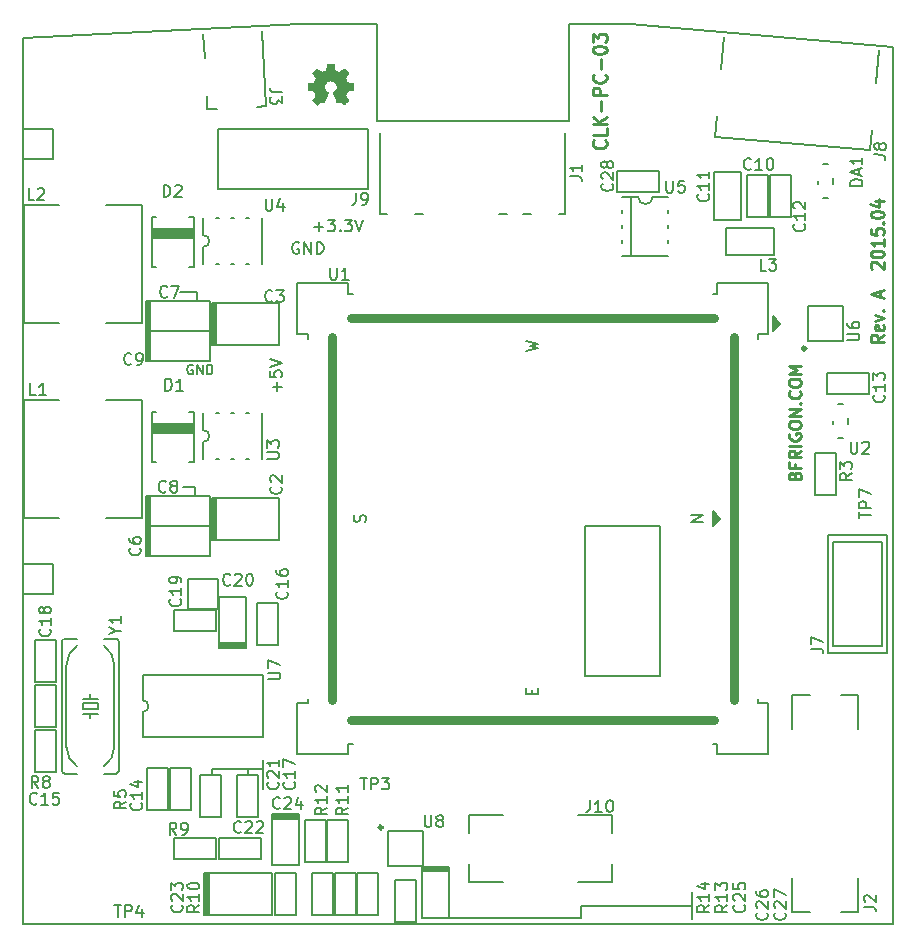
<source format=gto>
G04 #@! TF.FileFunction,Legend,Top*
%FSLAX46Y46*%
G04 Gerber Fmt 4.6, Leading zero omitted, Abs format (unit mm)*
G04 Created by KiCad (PCBNEW (2015-04-03 BZR 5570)-product) date Mon Apr  6 03:58:37 2015*
%MOMM*%
G01*
G04 APERTURE LIST*
%ADD10C,0.150000*%
%ADD11C,0.200000*%
%ADD12C,0.275000*%
%ADD13C,0.220000*%
%ADD14C,0.240000*%
%ADD15C,0.180000*%
%ADD16C,0.177800*%
%ADD17C,0.300000*%
%ADD18C,0.152400*%
%ADD19C,0.762000*%
%ADD20C,0.002540*%
G04 APERTURE END LIST*
D10*
D11*
X120650000Y-139319000D02*
X120650000Y-139827000D01*
X121920000Y-138938000D02*
X121920000Y-138557000D01*
X117602000Y-139319000D02*
X117602000Y-139827000D01*
X121920000Y-139319000D02*
X117602000Y-139319000D01*
X121920000Y-140970000D02*
X121920000Y-138938000D01*
D12*
X150923571Y-86079286D02*
X150980714Y-86131667D01*
X151037857Y-86288810D01*
X151037857Y-86393572D01*
X150980714Y-86550714D01*
X150866429Y-86655476D01*
X150752143Y-86707857D01*
X150523571Y-86760238D01*
X150352143Y-86760238D01*
X150123571Y-86707857D01*
X150009286Y-86655476D01*
X149895000Y-86550714D01*
X149837857Y-86393572D01*
X149837857Y-86288810D01*
X149895000Y-86131667D01*
X149952143Y-86079286D01*
X151037857Y-85084048D02*
X151037857Y-85607857D01*
X149837857Y-85607857D01*
X151037857Y-84717381D02*
X149837857Y-84717381D01*
X151037857Y-84088810D02*
X150352143Y-84560238D01*
X149837857Y-84088810D02*
X150523571Y-84717381D01*
X150580714Y-83617381D02*
X150580714Y-82779286D01*
X151037857Y-82255476D02*
X149837857Y-82255476D01*
X149837857Y-81836429D01*
X149895000Y-81731667D01*
X149952143Y-81679286D01*
X150066429Y-81626905D01*
X150237857Y-81626905D01*
X150352143Y-81679286D01*
X150409286Y-81731667D01*
X150466429Y-81836429D01*
X150466429Y-82255476D01*
X150923571Y-80526905D02*
X150980714Y-80579286D01*
X151037857Y-80736429D01*
X151037857Y-80841191D01*
X150980714Y-80998333D01*
X150866429Y-81103095D01*
X150752143Y-81155476D01*
X150523571Y-81207857D01*
X150352143Y-81207857D01*
X150123571Y-81155476D01*
X150009286Y-81103095D01*
X149895000Y-80998333D01*
X149837857Y-80841191D01*
X149837857Y-80736429D01*
X149895000Y-80579286D01*
X149952143Y-80526905D01*
X150580714Y-80055476D02*
X150580714Y-79217381D01*
X149837857Y-78484047D02*
X149837857Y-78379286D01*
X149895000Y-78274524D01*
X149952143Y-78222143D01*
X150066429Y-78169762D01*
X150295000Y-78117381D01*
X150580714Y-78117381D01*
X150809286Y-78169762D01*
X150923571Y-78222143D01*
X150980714Y-78274524D01*
X151037857Y-78379286D01*
X151037857Y-78484047D01*
X150980714Y-78588809D01*
X150923571Y-78641190D01*
X150809286Y-78693571D01*
X150580714Y-78745952D01*
X150295000Y-78745952D01*
X150066429Y-78693571D01*
X149952143Y-78641190D01*
X149895000Y-78588809D01*
X149837857Y-78484047D01*
X149837857Y-77750714D02*
X149837857Y-77069762D01*
X150295000Y-77436428D01*
X150295000Y-77279286D01*
X150352143Y-77174524D01*
X150409286Y-77122143D01*
X150523571Y-77069762D01*
X150809286Y-77069762D01*
X150923571Y-77122143D01*
X150980714Y-77174524D01*
X151037857Y-77279286D01*
X151037857Y-77593571D01*
X150980714Y-77698333D01*
X150923571Y-77750714D01*
D13*
X166933571Y-114458189D02*
X166981190Y-114315332D01*
X167028810Y-114267713D01*
X167124048Y-114220094D01*
X167266905Y-114220094D01*
X167362143Y-114267713D01*
X167409762Y-114315332D01*
X167457381Y-114410570D01*
X167457381Y-114791523D01*
X166457381Y-114791523D01*
X166457381Y-114458189D01*
X166505000Y-114362951D01*
X166552619Y-114315332D01*
X166647857Y-114267713D01*
X166743095Y-114267713D01*
X166838333Y-114315332D01*
X166885952Y-114362951D01*
X166933571Y-114458189D01*
X166933571Y-114791523D01*
X166933571Y-113458189D02*
X166933571Y-113791523D01*
X167457381Y-113791523D02*
X166457381Y-113791523D01*
X166457381Y-113315332D01*
X167457381Y-112362951D02*
X166981190Y-112696285D01*
X167457381Y-112934380D02*
X166457381Y-112934380D01*
X166457381Y-112553427D01*
X166505000Y-112458189D01*
X166552619Y-112410570D01*
X166647857Y-112362951D01*
X166790714Y-112362951D01*
X166885952Y-112410570D01*
X166933571Y-112458189D01*
X166981190Y-112553427D01*
X166981190Y-112934380D01*
X167457381Y-111934380D02*
X166457381Y-111934380D01*
X166505000Y-110934380D02*
X166457381Y-111029618D01*
X166457381Y-111172475D01*
X166505000Y-111315333D01*
X166600238Y-111410571D01*
X166695476Y-111458190D01*
X166885952Y-111505809D01*
X167028810Y-111505809D01*
X167219286Y-111458190D01*
X167314524Y-111410571D01*
X167409762Y-111315333D01*
X167457381Y-111172475D01*
X167457381Y-111077237D01*
X167409762Y-110934380D01*
X167362143Y-110886761D01*
X167028810Y-110886761D01*
X167028810Y-111077237D01*
X166457381Y-110267714D02*
X166457381Y-110077237D01*
X166505000Y-109981999D01*
X166600238Y-109886761D01*
X166790714Y-109839142D01*
X167124048Y-109839142D01*
X167314524Y-109886761D01*
X167409762Y-109981999D01*
X167457381Y-110077237D01*
X167457381Y-110267714D01*
X167409762Y-110362952D01*
X167314524Y-110458190D01*
X167124048Y-110505809D01*
X166790714Y-110505809D01*
X166600238Y-110458190D01*
X166505000Y-110362952D01*
X166457381Y-110267714D01*
X167457381Y-109410571D02*
X166457381Y-109410571D01*
X167457381Y-108839142D01*
X166457381Y-108839142D01*
X167362143Y-108362952D02*
X167409762Y-108315333D01*
X167457381Y-108362952D01*
X167409762Y-108410571D01*
X167362143Y-108362952D01*
X167457381Y-108362952D01*
X167362143Y-107315333D02*
X167409762Y-107362952D01*
X167457381Y-107505809D01*
X167457381Y-107601047D01*
X167409762Y-107743905D01*
X167314524Y-107839143D01*
X167219286Y-107886762D01*
X167028810Y-107934381D01*
X166885952Y-107934381D01*
X166695476Y-107886762D01*
X166600238Y-107839143D01*
X166505000Y-107743905D01*
X166457381Y-107601047D01*
X166457381Y-107505809D01*
X166505000Y-107362952D01*
X166552619Y-107315333D01*
X166457381Y-106696286D02*
X166457381Y-106505809D01*
X166505000Y-106410571D01*
X166600238Y-106315333D01*
X166790714Y-106267714D01*
X167124048Y-106267714D01*
X167314524Y-106315333D01*
X167409762Y-106410571D01*
X167457381Y-106505809D01*
X167457381Y-106696286D01*
X167409762Y-106791524D01*
X167314524Y-106886762D01*
X167124048Y-106934381D01*
X166790714Y-106934381D01*
X166600238Y-106886762D01*
X166505000Y-106791524D01*
X166457381Y-106696286D01*
X167457381Y-105839143D02*
X166457381Y-105839143D01*
X167171667Y-105505809D01*
X166457381Y-105172476D01*
X167457381Y-105172476D01*
D14*
X174487619Y-102559762D02*
X173963810Y-102893096D01*
X174487619Y-103131191D02*
X173387619Y-103131191D01*
X173387619Y-102750238D01*
X173440000Y-102655000D01*
X173492381Y-102607381D01*
X173597143Y-102559762D01*
X173754286Y-102559762D01*
X173859048Y-102607381D01*
X173911429Y-102655000D01*
X173963810Y-102750238D01*
X173963810Y-103131191D01*
X174435238Y-101750238D02*
X174487619Y-101845476D01*
X174487619Y-102035953D01*
X174435238Y-102131191D01*
X174330476Y-102178810D01*
X173911429Y-102178810D01*
X173806667Y-102131191D01*
X173754286Y-102035953D01*
X173754286Y-101845476D01*
X173806667Y-101750238D01*
X173911429Y-101702619D01*
X174016190Y-101702619D01*
X174120952Y-102178810D01*
X173754286Y-101369286D02*
X174487619Y-101131191D01*
X173754286Y-100893095D01*
X174382857Y-100512143D02*
X174435238Y-100464524D01*
X174487619Y-100512143D01*
X174435238Y-100559762D01*
X174382857Y-100512143D01*
X174487619Y-100512143D01*
X174173333Y-99321667D02*
X174173333Y-98845476D01*
X174487619Y-99416905D02*
X173387619Y-99083572D01*
X174487619Y-98750238D01*
X173492381Y-96940714D02*
X173440000Y-96893095D01*
X173387619Y-96797857D01*
X173387619Y-96559761D01*
X173440000Y-96464523D01*
X173492381Y-96416904D01*
X173597143Y-96369285D01*
X173701905Y-96369285D01*
X173859048Y-96416904D01*
X174487619Y-96988333D01*
X174487619Y-96369285D01*
X173387619Y-95750238D02*
X173387619Y-95654999D01*
X173440000Y-95559761D01*
X173492381Y-95512142D01*
X173597143Y-95464523D01*
X173806667Y-95416904D01*
X174068571Y-95416904D01*
X174278095Y-95464523D01*
X174382857Y-95512142D01*
X174435238Y-95559761D01*
X174487619Y-95654999D01*
X174487619Y-95750238D01*
X174435238Y-95845476D01*
X174382857Y-95893095D01*
X174278095Y-95940714D01*
X174068571Y-95988333D01*
X173806667Y-95988333D01*
X173597143Y-95940714D01*
X173492381Y-95893095D01*
X173440000Y-95845476D01*
X173387619Y-95750238D01*
X174487619Y-94464523D02*
X174487619Y-95035952D01*
X174487619Y-94750238D02*
X173387619Y-94750238D01*
X173544762Y-94845476D01*
X173649524Y-94940714D01*
X173701905Y-95035952D01*
X173387619Y-93559761D02*
X173387619Y-94035952D01*
X173911429Y-94083571D01*
X173859048Y-94035952D01*
X173806667Y-93940714D01*
X173806667Y-93702618D01*
X173859048Y-93607380D01*
X173911429Y-93559761D01*
X174016190Y-93512142D01*
X174278095Y-93512142D01*
X174382857Y-93559761D01*
X174435238Y-93607380D01*
X174487619Y-93702618D01*
X174487619Y-93940714D01*
X174435238Y-94035952D01*
X174382857Y-94083571D01*
X174382857Y-93083571D02*
X174435238Y-93035952D01*
X174487619Y-93083571D01*
X174435238Y-93131190D01*
X174382857Y-93083571D01*
X174487619Y-93083571D01*
X173387619Y-92416905D02*
X173387619Y-92321666D01*
X173440000Y-92226428D01*
X173492381Y-92178809D01*
X173597143Y-92131190D01*
X173806667Y-92083571D01*
X174068571Y-92083571D01*
X174278095Y-92131190D01*
X174382857Y-92178809D01*
X174435238Y-92226428D01*
X174487619Y-92321666D01*
X174487619Y-92416905D01*
X174435238Y-92512143D01*
X174382857Y-92559762D01*
X174278095Y-92607381D01*
X174068571Y-92655000D01*
X173806667Y-92655000D01*
X173597143Y-92607381D01*
X173492381Y-92559762D01*
X173440000Y-92512143D01*
X173387619Y-92416905D01*
X173754286Y-91226428D02*
X174487619Y-91226428D01*
X173335238Y-91464524D02*
X174120952Y-91702619D01*
X174120952Y-91083571D01*
D11*
X148844000Y-151892000D02*
X137668000Y-151892000D01*
X148844000Y-150876000D02*
X148844000Y-151892000D01*
X158242000Y-150876000D02*
X148844000Y-150876000D01*
X158242000Y-149733000D02*
X158242000Y-152019000D01*
X116205000Y-115443000D02*
X116205000Y-116078000D01*
X115189000Y-115443000D02*
X116205000Y-115443000D01*
X116332000Y-98933000D02*
X116332000Y-99568000D01*
X114935000Y-98933000D02*
X116332000Y-98933000D01*
D15*
X121884254Y-76795108D02*
X122219204Y-83186337D01*
X117226056Y-83448017D02*
X117168487Y-82349524D01*
X117001011Y-79153910D02*
X116891106Y-77056788D01*
X117226056Y-83448017D02*
X118024960Y-83406148D01*
X122219204Y-83186337D02*
X121420300Y-83228206D01*
X147525000Y-85485000D02*
X147525000Y-92325000D01*
X131875000Y-85485000D02*
X131875000Y-92325000D01*
X134774000Y-92325000D02*
X135482000Y-92325000D01*
X141886000Y-92325000D02*
X142594000Y-92325000D01*
X143918000Y-92325000D02*
X144626000Y-92325000D01*
X146966000Y-92325000D02*
X147525000Y-92325000D01*
X132434000Y-92325000D02*
X131875000Y-92325000D01*
X173315438Y-86934303D02*
X160235401Y-85789948D01*
X174056262Y-78466648D02*
X173816583Y-81206184D01*
X173315438Y-86934303D02*
X173467960Y-85190963D01*
X160235401Y-85789948D02*
X160387924Y-84046608D01*
X160736547Y-80061829D02*
X160976225Y-77322293D01*
X166745000Y-133065000D02*
X168245000Y-133065000D01*
X170845000Y-133065000D02*
X172345000Y-133065000D01*
X172345000Y-133065000D02*
X172345000Y-135965000D01*
X166745000Y-133065000D02*
X166745000Y-135965000D01*
X172345000Y-151415000D02*
X170845000Y-151415000D01*
X168245000Y-151415000D02*
X166745000Y-151415000D01*
X166745000Y-151415000D02*
X166745000Y-148515000D01*
X172345000Y-151415000D02*
X172345000Y-148515000D01*
X170434000Y-112522000D02*
X170434000Y-116078000D01*
X170434000Y-116078000D02*
X168656000Y-116078000D01*
X168656000Y-116078000D02*
X168656000Y-112522000D01*
X168656000Y-112522000D02*
X170434000Y-112522000D01*
X169755000Y-129460000D02*
X169755000Y-119460000D01*
X169755000Y-119460000D02*
X174755000Y-119460000D01*
X174755000Y-129460000D02*
X174755000Y-119460000D01*
X174755000Y-129460000D02*
X169755000Y-129460000D01*
X170155000Y-128860000D02*
X170155000Y-120060000D01*
X170155000Y-120060000D02*
X174355000Y-120060000D01*
X170155000Y-128860000D02*
X174355000Y-128860000D01*
X174355000Y-128860000D02*
X174355000Y-120060000D01*
D16*
X151465000Y-143250000D02*
X151465000Y-144750000D01*
X151465000Y-147350000D02*
X151465000Y-148850000D01*
X151465000Y-148850000D02*
X148565000Y-148850000D01*
X151465000Y-143250000D02*
X148565000Y-143250000D01*
X139365000Y-148850000D02*
X139365000Y-147350000D01*
X139365000Y-144750000D02*
X139365000Y-143250000D01*
X139365000Y-143250000D02*
X142265000Y-143250000D01*
X139365000Y-148850000D02*
X142265000Y-148850000D01*
D15*
X164719000Y-89027000D02*
X164719000Y-92583000D01*
X164719000Y-92583000D02*
X162941000Y-92583000D01*
X162941000Y-92583000D02*
X162941000Y-89027000D01*
X162941000Y-89027000D02*
X164719000Y-89027000D01*
X160147000Y-88773000D02*
X160147000Y-92837000D01*
X160147000Y-92837000D02*
X162433000Y-92837000D01*
X162433000Y-92837000D02*
X162433000Y-88773000D01*
X162433000Y-88773000D02*
X160147000Y-88773000D01*
X166624000Y-89027000D02*
X166624000Y-92583000D01*
X166624000Y-92583000D02*
X164846000Y-92583000D01*
X164846000Y-92583000D02*
X164846000Y-89027000D01*
X164846000Y-89027000D02*
X166624000Y-89027000D01*
X156255000Y-95845000D02*
X152355000Y-95845000D01*
X152355000Y-90845000D02*
X153670000Y-90845000D01*
X154940000Y-90845000D02*
X156255000Y-90845000D01*
X153105000Y-95845000D02*
X153105000Y-90845000D01*
X156255000Y-91948000D02*
X156255000Y-92202000D01*
X156255000Y-93218000D02*
X156255000Y-93472000D01*
X156255000Y-94488000D02*
X156255000Y-94742000D01*
X152355000Y-91948000D02*
X152355000Y-92202000D01*
X152355000Y-93218000D02*
X152355000Y-93472000D01*
X152355000Y-94488000D02*
X152355000Y-94742000D01*
X153670000Y-90845000D02*
G75*
G03X154940000Y-90845000I635000J0D01*
G01*
X173228000Y-107569000D02*
X169672000Y-107569000D01*
X169672000Y-107569000D02*
X169672000Y-105791000D01*
X169672000Y-105791000D02*
X173228000Y-105791000D01*
X173228000Y-105791000D02*
X173228000Y-107569000D01*
X111740000Y-134485000D02*
X111740000Y-136635000D01*
X111740000Y-133485000D02*
X111740000Y-131335000D01*
X111740000Y-134485000D02*
G75*
G03X112240000Y-133985000I0J500000D01*
G01*
X112240000Y-133985000D02*
G75*
G03X111740000Y-133485000I-500000J0D01*
G01*
X111740000Y-131335000D02*
X121940000Y-131335000D01*
X121940000Y-131335000D02*
X121940000Y-136635000D01*
X121940000Y-136635000D02*
X111740000Y-136635000D01*
X118110000Y-90170000D02*
X118110000Y-85090000D01*
X130810000Y-85090000D02*
X130810000Y-90170000D01*
X118110000Y-85090000D02*
X130810000Y-85090000D01*
X130810000Y-90170000D02*
X118110000Y-90170000D01*
D16*
X112522000Y-96774000D02*
X112522000Y-92583000D01*
X116078000Y-92583000D02*
X116078000Y-96774000D01*
X116078000Y-96774000D02*
X115697000Y-96774000D01*
X116078000Y-92583000D02*
X115697000Y-92583000D01*
X112522000Y-96774000D02*
X112903000Y-96774000D01*
X112522000Y-92583000D02*
X112903000Y-92583000D01*
D10*
G36*
X116078000Y-94361000D02*
X116078000Y-93599000D01*
X112522000Y-93599000D01*
X112522000Y-94361000D01*
X116078000Y-94361000D01*
G37*
X116078000Y-94361000D02*
X116078000Y-93599000D01*
X112522000Y-93599000D01*
X112522000Y-94361000D01*
X116078000Y-94361000D01*
D16*
X112522000Y-113284000D02*
X112522000Y-109093000D01*
X116078000Y-109093000D02*
X116078000Y-113284000D01*
X116078000Y-113284000D02*
X115697000Y-113284000D01*
X116078000Y-109093000D02*
X115697000Y-109093000D01*
X112522000Y-113284000D02*
X112903000Y-113284000D01*
X112522000Y-109093000D02*
X112903000Y-109093000D01*
D10*
G36*
X116078000Y-110871000D02*
X116078000Y-110109000D01*
X112522000Y-110109000D01*
X112522000Y-110871000D01*
X116078000Y-110871000D01*
G37*
X116078000Y-110871000D02*
X116078000Y-110109000D01*
X112522000Y-110109000D01*
X112522000Y-110871000D01*
X116078000Y-110871000D01*
D15*
X112014000Y-104775000D02*
X117475000Y-104775000D01*
X117475000Y-104775000D02*
X117475000Y-102235000D01*
X117475000Y-102235000D02*
X112014000Y-102235000D01*
X112395000Y-102235000D02*
X112395000Y-104775000D01*
X112268000Y-102235000D02*
X112268000Y-104775000D01*
X112141000Y-102235000D02*
X112141000Y-104775000D01*
X112014000Y-102235000D02*
X112014000Y-104775000D01*
X112014000Y-102235000D02*
X117475000Y-102235000D01*
X117475000Y-102235000D02*
X117475000Y-99695000D01*
X117475000Y-99695000D02*
X112014000Y-99695000D01*
X112395000Y-99695000D02*
X112395000Y-102235000D01*
X112268000Y-99695000D02*
X112268000Y-102235000D01*
X112141000Y-99695000D02*
X112141000Y-102235000D01*
X112014000Y-99695000D02*
X112014000Y-102235000D01*
X112014000Y-118745000D02*
X117475000Y-118745000D01*
X117475000Y-118745000D02*
X117475000Y-116205000D01*
X117475000Y-116205000D02*
X112014000Y-116205000D01*
X112395000Y-116205000D02*
X112395000Y-118745000D01*
X112268000Y-116205000D02*
X112268000Y-118745000D01*
X112141000Y-116205000D02*
X112141000Y-118745000D01*
X112014000Y-116205000D02*
X112014000Y-118745000D01*
X112014000Y-121285000D02*
X117475000Y-121285000D01*
X117475000Y-121285000D02*
X117475000Y-118745000D01*
X117475000Y-118745000D02*
X112014000Y-118745000D01*
X112395000Y-118745000D02*
X112395000Y-121285000D01*
X112268000Y-118745000D02*
X112268000Y-121285000D01*
X112141000Y-118745000D02*
X112141000Y-121285000D01*
X112014000Y-118745000D02*
X112014000Y-121285000D01*
X117602000Y-103378000D02*
X123317000Y-103378000D01*
X123317000Y-103378000D02*
X123317000Y-99822000D01*
X123317000Y-99822000D02*
X117602000Y-99822000D01*
X117983000Y-99822000D02*
X117983000Y-103378000D01*
X117856000Y-99822000D02*
X117856000Y-103378000D01*
X117729000Y-99822000D02*
X117729000Y-103378000D01*
X117602000Y-99822000D02*
X117602000Y-103378000D01*
X117602000Y-119888000D02*
X123317000Y-119888000D01*
X123317000Y-119888000D02*
X123317000Y-116332000D01*
X123317000Y-116332000D02*
X117602000Y-116332000D01*
X117983000Y-116332000D02*
X117983000Y-119888000D01*
X117856000Y-116332000D02*
X117856000Y-119888000D01*
X117729000Y-116332000D02*
X117729000Y-119888000D01*
X117602000Y-116332000D02*
X117602000Y-119888000D01*
X101600000Y-85090000D02*
X104140000Y-85090000D01*
X104140000Y-85090000D02*
X104140000Y-87630000D01*
X104140000Y-87630000D02*
X101600000Y-87630000D01*
X101600000Y-87630000D02*
X101600000Y-85090000D01*
X101600000Y-121920000D02*
X104140000Y-121920000D01*
X104140000Y-121920000D02*
X104140000Y-124460000D01*
X104140000Y-124460000D02*
X101600000Y-124460000D01*
X101600000Y-124460000D02*
X101600000Y-121920000D01*
X114046000Y-142748000D02*
X114046000Y-139192000D01*
X114046000Y-139192000D02*
X115824000Y-139192000D01*
X115824000Y-139192000D02*
X115824000Y-142748000D01*
X115824000Y-142748000D02*
X114046000Y-142748000D01*
X104394000Y-136017000D02*
X104394000Y-139573000D01*
X104394000Y-139573000D02*
X102616000Y-139573000D01*
X102616000Y-139573000D02*
X102616000Y-136017000D01*
X102616000Y-136017000D02*
X104394000Y-136017000D01*
X123190000Y-125222000D02*
X123190000Y-128778000D01*
X123190000Y-128778000D02*
X121412000Y-128778000D01*
X121412000Y-128778000D02*
X121412000Y-125222000D01*
X121412000Y-125222000D02*
X123190000Y-125222000D01*
X119761000Y-143383000D02*
X119761000Y-139827000D01*
X119761000Y-139827000D02*
X121539000Y-139827000D01*
X121539000Y-139827000D02*
X121539000Y-143383000D01*
X121539000Y-143383000D02*
X119761000Y-143383000D01*
X104394000Y-128397000D02*
X104394000Y-131953000D01*
X104394000Y-131953000D02*
X102616000Y-131953000D01*
X102616000Y-131953000D02*
X102616000Y-128397000D01*
X102616000Y-128397000D02*
X104394000Y-128397000D01*
X114427000Y-125857000D02*
X117983000Y-125857000D01*
X117983000Y-125857000D02*
X117983000Y-127635000D01*
X117983000Y-127635000D02*
X114427000Y-127635000D01*
X114427000Y-127635000D02*
X114427000Y-125857000D01*
X120523000Y-128651000D02*
X118237000Y-128651000D01*
X120523000Y-129032000D02*
X120523000Y-124714000D01*
X120523000Y-124714000D02*
X118237000Y-124714000D01*
X118237000Y-124714000D02*
X118237000Y-129032000D01*
X118237000Y-129032000D02*
X120523000Y-129032000D01*
X120523000Y-128778000D02*
X118237000Y-128778000D01*
X120523000Y-128905000D02*
X118237000Y-128905000D01*
X116586000Y-143383000D02*
X116586000Y-139827000D01*
X116586000Y-139827000D02*
X118364000Y-139827000D01*
X118364000Y-139827000D02*
X118364000Y-143383000D01*
X118364000Y-143383000D02*
X116586000Y-143383000D01*
X112141000Y-142748000D02*
X112141000Y-139192000D01*
X112141000Y-139192000D02*
X113919000Y-139192000D01*
X113919000Y-139192000D02*
X113919000Y-142748000D01*
X113919000Y-142748000D02*
X112141000Y-142748000D01*
X102616000Y-135763000D02*
X102616000Y-132207000D01*
X102616000Y-132207000D02*
X104394000Y-132207000D01*
X104394000Y-132207000D02*
X104394000Y-135763000D01*
X104394000Y-135763000D02*
X102616000Y-135763000D01*
X105282899Y-137414000D02*
G75*
G03X106172000Y-139094100I2032101J74D01*
G01*
X106172000Y-139700000D02*
X105156000Y-139700000D01*
X106172001Y-128875900D02*
G75*
G03X105283000Y-130556000I1142999J-1680053D01*
G01*
X106172000Y-128270000D02*
X105156000Y-128270000D01*
X109347000Y-130556000D02*
X109347000Y-137414000D01*
X109728000Y-128524000D02*
X109728000Y-139446000D01*
X109474000Y-128270000D02*
G75*
G02X109728000Y-128524000I0J-254000D01*
G01*
X109474000Y-128270000D02*
X108458000Y-128270000D01*
X108457899Y-128876000D02*
G75*
G02X109347000Y-130556000I-1142899J-1680121D01*
G01*
X109347001Y-137414000D02*
G75*
G02X108458000Y-139094100I-2032001J-47D01*
G01*
X109474000Y-139700000D02*
X108458000Y-139700000D01*
X109728000Y-139446000D02*
G75*
G02X109474000Y-139700000I-254000J0D01*
G01*
X105283000Y-137414000D02*
X105283000Y-130556000D01*
X104902000Y-128524000D02*
X104902000Y-139446000D01*
X105156000Y-128270000D02*
G75*
G03X104902000Y-128524000I0J-254000D01*
G01*
X104902000Y-139446000D02*
G75*
G03X105156000Y-139700000I254000J0D01*
G01*
X106680000Y-134239000D02*
X107950000Y-134239000D01*
X107950000Y-134239000D02*
X107950000Y-133731000D01*
X107950000Y-133731000D02*
X106680000Y-133731000D01*
X106680000Y-133731000D02*
X106680000Y-134239000D01*
X106680000Y-134620000D02*
X107315000Y-134620000D01*
X107315000Y-134620000D02*
X107950000Y-134620000D01*
X107315000Y-134620000D02*
X107315000Y-135001000D01*
X106680000Y-133350000D02*
X107315000Y-133350000D01*
X107315000Y-133350000D02*
X107950000Y-133350000D01*
X107315000Y-133350000D02*
X107315000Y-132969000D01*
X111680000Y-108030000D02*
X111680000Y-118030000D01*
X101680000Y-118030000D02*
X101680000Y-108030000D01*
X111680000Y-108030000D02*
X108680000Y-108030000D01*
X111680000Y-118030000D02*
X108680000Y-118030000D01*
X101680000Y-118030000D02*
X104680000Y-118030000D01*
X101680000Y-108030000D02*
X104680000Y-108030000D01*
X111680000Y-91520000D02*
X111680000Y-101520000D01*
X101680000Y-101520000D02*
X101680000Y-91520000D01*
X111680000Y-91520000D02*
X108680000Y-91520000D01*
X111680000Y-101520000D02*
X108680000Y-101520000D01*
X101680000Y-101520000D02*
X104680000Y-101520000D01*
X101680000Y-91520000D02*
X104680000Y-91520000D01*
X161163000Y-95758000D02*
X165227000Y-95758000D01*
X165227000Y-95758000D02*
X165227000Y-93472000D01*
X165227000Y-93472000D02*
X161163000Y-93472000D01*
X161163000Y-93472000D02*
X161163000Y-95758000D01*
X118237000Y-145161000D02*
X121793000Y-145161000D01*
X121793000Y-145161000D02*
X121793000Y-146939000D01*
X121793000Y-146939000D02*
X118237000Y-146939000D01*
X118237000Y-146939000D02*
X118237000Y-145161000D01*
X116967000Y-151638000D02*
X122682000Y-151638000D01*
X122682000Y-151638000D02*
X122682000Y-148082000D01*
X122682000Y-148082000D02*
X116967000Y-148082000D01*
X117348000Y-148082000D02*
X117348000Y-151638000D01*
X117221000Y-148082000D02*
X117221000Y-151638000D01*
X117094000Y-148082000D02*
X117094000Y-151638000D01*
X116967000Y-148082000D02*
X116967000Y-151638000D01*
X122682000Y-143510000D02*
X124968000Y-143510000D01*
X122682000Y-143129000D02*
X122682000Y-147447000D01*
X122682000Y-147447000D02*
X124968000Y-147447000D01*
X124968000Y-147447000D02*
X124968000Y-143129000D01*
X124968000Y-143129000D02*
X122682000Y-143129000D01*
X122682000Y-143383000D02*
X124968000Y-143383000D01*
X122682000Y-143256000D02*
X124968000Y-143256000D01*
X131699000Y-148082000D02*
X131699000Y-151638000D01*
X131699000Y-151638000D02*
X129921000Y-151638000D01*
X129921000Y-151638000D02*
X129921000Y-148082000D01*
X129921000Y-148082000D02*
X131699000Y-148082000D01*
X133096000Y-152273000D02*
X133096000Y-148717000D01*
X133096000Y-148717000D02*
X134874000Y-148717000D01*
X134874000Y-148717000D02*
X134874000Y-152273000D01*
X134874000Y-152273000D02*
X133096000Y-152273000D01*
X135382000Y-147955000D02*
X137668000Y-147955000D01*
X135382000Y-147574000D02*
X135382000Y-151892000D01*
X135382000Y-151892000D02*
X137668000Y-151892000D01*
X137668000Y-151892000D02*
X137668000Y-147574000D01*
X137668000Y-147574000D02*
X135382000Y-147574000D01*
X135382000Y-147828000D02*
X137668000Y-147828000D01*
X135382000Y-147701000D02*
X137668000Y-147701000D01*
X114427000Y-145161000D02*
X117983000Y-145161000D01*
X117983000Y-145161000D02*
X117983000Y-146939000D01*
X117983000Y-146939000D02*
X114427000Y-146939000D01*
X114427000Y-146939000D02*
X114427000Y-145161000D01*
X122936000Y-151638000D02*
X122936000Y-148082000D01*
X122936000Y-148082000D02*
X124714000Y-148082000D01*
X124714000Y-148082000D02*
X124714000Y-151638000D01*
X124714000Y-151638000D02*
X122936000Y-151638000D01*
X129159000Y-143637000D02*
X129159000Y-147193000D01*
X129159000Y-147193000D02*
X127381000Y-147193000D01*
X127381000Y-147193000D02*
X127381000Y-143637000D01*
X127381000Y-143637000D02*
X129159000Y-143637000D01*
X127254000Y-143637000D02*
X127254000Y-147193000D01*
X127254000Y-147193000D02*
X125476000Y-147193000D01*
X125476000Y-147193000D02*
X125476000Y-143637000D01*
X125476000Y-143637000D02*
X127254000Y-143637000D01*
X128016000Y-151638000D02*
X128016000Y-148082000D01*
X128016000Y-148082000D02*
X129794000Y-148082000D01*
X129794000Y-148082000D02*
X129794000Y-151638000D01*
X129794000Y-151638000D02*
X128016000Y-151638000D01*
X126111000Y-151638000D02*
X126111000Y-148082000D01*
X126111000Y-148082000D02*
X127889000Y-148082000D01*
X127889000Y-148082000D02*
X127889000Y-151638000D01*
X127889000Y-151638000D02*
X126111000Y-151638000D01*
D17*
X167886421Y-103700000D02*
G75*
G03X167886421Y-103700000I-141421J0D01*
G01*
D16*
X168045000Y-103100000D02*
X171045000Y-103100000D01*
X171045000Y-103100000D02*
X171045000Y-100100000D01*
X171045000Y-100100000D02*
X168045000Y-100100000D01*
X168045000Y-100100000D02*
X168045000Y-103100000D01*
D17*
X132026421Y-144250000D02*
G75*
G03X132026421Y-144250000I-141421J0D01*
G01*
D16*
X132485000Y-144550000D02*
X132485000Y-147550000D01*
X132485000Y-147550000D02*
X135485000Y-147550000D01*
X135485000Y-147550000D02*
X135485000Y-144550000D01*
X135485000Y-144550000D02*
X132485000Y-144550000D01*
D15*
X121880000Y-109175000D02*
X121880000Y-113075000D01*
X116880000Y-113075000D02*
X116880000Y-111625000D01*
X116880000Y-110625000D02*
X116880000Y-109175000D01*
X117983000Y-109175000D02*
X118237000Y-109175000D01*
X119253000Y-109175000D02*
X119507000Y-109175000D01*
X120523000Y-109175000D02*
X120777000Y-109175000D01*
X117983000Y-113075000D02*
X118237000Y-113075000D01*
X119253000Y-113075000D02*
X119507000Y-113075000D01*
X120523000Y-113075000D02*
X120777000Y-113075000D01*
X116880000Y-111625000D02*
G75*
G03X116880000Y-110625000I0J500000D01*
G01*
X121880000Y-92665000D02*
X121880000Y-96565000D01*
X116880000Y-96565000D02*
X116880000Y-95115000D01*
X116880000Y-94115000D02*
X116880000Y-92665000D01*
X117983000Y-92665000D02*
X118237000Y-92665000D01*
X119253000Y-92665000D02*
X119507000Y-92665000D01*
X120523000Y-92665000D02*
X120777000Y-92665000D01*
X117983000Y-96565000D02*
X118237000Y-96565000D01*
X119253000Y-96565000D02*
X119507000Y-96565000D01*
X120523000Y-96565000D02*
X120777000Y-96565000D01*
X116880000Y-95115000D02*
G75*
G03X116880000Y-94115000I0J500000D01*
G01*
D18*
X171450000Y-109590000D02*
X171450000Y-110120000D01*
X170180000Y-109890000D02*
X170180000Y-110120000D01*
X171015000Y-108405000D02*
X170615000Y-108405000D01*
X171015000Y-111305000D02*
X170615000Y-111305000D01*
X170180000Y-89270000D02*
X170180000Y-89800000D01*
X168910000Y-89570000D02*
X168910000Y-89800000D01*
X169745000Y-88085000D02*
X169345000Y-88085000D01*
X169745000Y-90985000D02*
X169345000Y-90985000D01*
D10*
G36*
X160020000Y-117475000D02*
X160020000Y-118745000D01*
X160655000Y-118110000D01*
X160020000Y-117475000D01*
G37*
X160020000Y-117475000D02*
X160020000Y-118745000D01*
X160655000Y-118110000D01*
X160020000Y-117475000D01*
D16*
X160401000Y-98171000D02*
X164719000Y-98171000D01*
X164719000Y-98171000D02*
X164719000Y-102489000D01*
X164719000Y-102489000D02*
X163830000Y-102489000D01*
X163830000Y-102489000D02*
X163830000Y-102870000D01*
X160401000Y-98171000D02*
X160401000Y-99060000D01*
X160401000Y-99060000D02*
X160020000Y-99060000D01*
X164719000Y-133731000D02*
X164719000Y-138049000D01*
X164719000Y-138049000D02*
X160401000Y-138049000D01*
X160401000Y-138049000D02*
X160401000Y-137160000D01*
X160401000Y-137160000D02*
X160020000Y-137160000D01*
X164719000Y-133731000D02*
X163830000Y-133731000D01*
X163830000Y-133731000D02*
X163830000Y-133350000D01*
X124841000Y-102489000D02*
X124841000Y-98171000D01*
X124841000Y-98171000D02*
X129159000Y-98171000D01*
X129159000Y-98171000D02*
X129159000Y-99060000D01*
X129159000Y-99060000D02*
X129540000Y-99060000D01*
X124841000Y-102489000D02*
X125730000Y-102489000D01*
X125730000Y-102489000D02*
X125730000Y-102870000D01*
X129159000Y-138049000D02*
X124841000Y-138049000D01*
X124841000Y-138049000D02*
X124841000Y-133731000D01*
X124841000Y-133731000D02*
X125730000Y-133731000D01*
X125730000Y-133731000D02*
X125730000Y-133350000D01*
X129159000Y-138049000D02*
X129159000Y-137160000D01*
X129159000Y-137160000D02*
X129540000Y-137160000D01*
D19*
X129413000Y-101092000D02*
X160147000Y-101092000D01*
X161798000Y-102743000D02*
X161798000Y-133477000D01*
X160147000Y-135128000D02*
X129413000Y-135128000D01*
X127762000Y-133477000D02*
X127762000Y-102743000D01*
D10*
G36*
X165100000Y-100965000D02*
X165100000Y-102235000D01*
X165735000Y-101600000D01*
X165100000Y-100965000D01*
G37*
X165100000Y-100965000D02*
X165100000Y-102235000D01*
X165735000Y-101600000D01*
X165100000Y-100965000D01*
D20*
G36*
X126481840Y-83052920D02*
X126502160Y-83042760D01*
X126545340Y-83014820D01*
X126608840Y-82971640D01*
X126685040Y-82923380D01*
X126758700Y-82870040D01*
X126822200Y-82829400D01*
X126865380Y-82801460D01*
X126883160Y-82791300D01*
X126893320Y-82796380D01*
X126928880Y-82811620D01*
X126982220Y-82839560D01*
X127010160Y-82854800D01*
X127058420Y-82875120D01*
X127083820Y-82880200D01*
X127086360Y-82872580D01*
X127104140Y-82837020D01*
X127132080Y-82773520D01*
X127167640Y-82692240D01*
X127208280Y-82595720D01*
X127254000Y-82491580D01*
X127297180Y-82384900D01*
X127340360Y-82283300D01*
X127375920Y-82191860D01*
X127406400Y-82118200D01*
X127426720Y-82067400D01*
X127434340Y-82044540D01*
X127431800Y-82039460D01*
X127406400Y-82016600D01*
X127365760Y-81986120D01*
X127276860Y-81912460D01*
X127185420Y-81800700D01*
X127132080Y-81673700D01*
X127114300Y-81534000D01*
X127129540Y-81407000D01*
X127180340Y-81280000D01*
X127266700Y-81168240D01*
X127373380Y-81084420D01*
X127497840Y-81033620D01*
X127635000Y-81015840D01*
X127767080Y-81031080D01*
X127894080Y-81081880D01*
X128005840Y-81165700D01*
X128054100Y-81221580D01*
X128120140Y-81335880D01*
X128155700Y-81457800D01*
X128160780Y-81488280D01*
X128155700Y-81620360D01*
X128115060Y-81747360D01*
X128043940Y-81861660D01*
X127947420Y-81955640D01*
X127934720Y-81965800D01*
X127889000Y-81998820D01*
X127858520Y-82024220D01*
X127835660Y-82042000D01*
X128005840Y-82453480D01*
X128033780Y-82516980D01*
X128079500Y-82628740D01*
X128120140Y-82725260D01*
X128153160Y-82804000D01*
X128176020Y-82854800D01*
X128186180Y-82875120D01*
X128186180Y-82877660D01*
X128201420Y-82880200D01*
X128234440Y-82867500D01*
X128290320Y-82839560D01*
X128328420Y-82821780D01*
X128371600Y-82798920D01*
X128391920Y-82791300D01*
X128407160Y-82801460D01*
X128450340Y-82826860D01*
X128511300Y-82867500D01*
X128584960Y-82918300D01*
X128653540Y-82966560D01*
X128719580Y-83009740D01*
X128765300Y-83037680D01*
X128788160Y-83050380D01*
X128790700Y-83050380D01*
X128811020Y-83040220D01*
X128849120Y-83009740D01*
X128905000Y-82956400D01*
X128983740Y-82877660D01*
X128996440Y-82864960D01*
X129059940Y-82798920D01*
X129113280Y-82743040D01*
X129148840Y-82704940D01*
X129161540Y-82687160D01*
X129161540Y-82687160D01*
X129148840Y-82664300D01*
X129120900Y-82618580D01*
X129077720Y-82552540D01*
X129026920Y-82476340D01*
X128889760Y-82278220D01*
X128963420Y-82092800D01*
X128986280Y-82036920D01*
X129016760Y-81965800D01*
X129037080Y-81917540D01*
X129049780Y-81894680D01*
X129070100Y-81889600D01*
X129120900Y-81876900D01*
X129194560Y-81861660D01*
X129283460Y-81843880D01*
X129367280Y-81828640D01*
X129443480Y-81815940D01*
X129496820Y-81803240D01*
X129522220Y-81798160D01*
X129527300Y-81795620D01*
X129532380Y-81782920D01*
X129534920Y-81757520D01*
X129537460Y-81711800D01*
X129537460Y-81640680D01*
X129537460Y-81534000D01*
X129537460Y-81526380D01*
X129537460Y-81424780D01*
X129534920Y-81346040D01*
X129532380Y-81292700D01*
X129529840Y-81272380D01*
X129529840Y-81272380D01*
X129506980Y-81264760D01*
X129451100Y-81254600D01*
X129377440Y-81239360D01*
X129286000Y-81221580D01*
X129280920Y-81221580D01*
X129189480Y-81203800D01*
X129115820Y-81188560D01*
X129062480Y-81175860D01*
X129039620Y-81168240D01*
X129034540Y-81163160D01*
X129016760Y-81127600D01*
X128991360Y-81071720D01*
X128960880Y-81003140D01*
X128932940Y-80932020D01*
X128905000Y-80868520D01*
X128889760Y-80822800D01*
X128884680Y-80799940D01*
X128884680Y-80799940D01*
X128897380Y-80777080D01*
X128927860Y-80731360D01*
X128973580Y-80665320D01*
X129024380Y-80589120D01*
X129029460Y-80584040D01*
X129080260Y-80507840D01*
X129123440Y-80444340D01*
X129151380Y-80398620D01*
X129161540Y-80375760D01*
X129161540Y-80375760D01*
X129143760Y-80352900D01*
X129105660Y-80309720D01*
X129049780Y-80251300D01*
X128983740Y-80185260D01*
X128960880Y-80162400D01*
X128887220Y-80091280D01*
X128836420Y-80043020D01*
X128803400Y-80017620D01*
X128788160Y-80012540D01*
X128788160Y-80012540D01*
X128765300Y-80027780D01*
X128717040Y-80058260D01*
X128651000Y-80103980D01*
X128574800Y-80154780D01*
X128569720Y-80159860D01*
X128493520Y-80210660D01*
X128430020Y-80253840D01*
X128384300Y-80284320D01*
X128363980Y-80294480D01*
X128361440Y-80294480D01*
X128330960Y-80286860D01*
X128277620Y-80266540D01*
X128209040Y-80241140D01*
X128140460Y-80213200D01*
X128074420Y-80185260D01*
X128026160Y-80164940D01*
X128005840Y-80152240D01*
X128003300Y-80149700D01*
X127995680Y-80121760D01*
X127982980Y-80065880D01*
X127967740Y-79987140D01*
X127949960Y-79893160D01*
X127947420Y-79880460D01*
X127929640Y-79789020D01*
X127914400Y-79712820D01*
X127904240Y-79662020D01*
X127899160Y-79641700D01*
X127886460Y-79636620D01*
X127840740Y-79634080D01*
X127774700Y-79631540D01*
X127690880Y-79631540D01*
X127607060Y-79631540D01*
X127523240Y-79634080D01*
X127452120Y-79636620D01*
X127398780Y-79639160D01*
X127378460Y-79644240D01*
X127378460Y-79644240D01*
X127368300Y-79674720D01*
X127358140Y-79730600D01*
X127340360Y-79809340D01*
X127322580Y-79903320D01*
X127320040Y-79918560D01*
X127302260Y-80010000D01*
X127287020Y-80083660D01*
X127276860Y-80134460D01*
X127271780Y-80154780D01*
X127261620Y-80159860D01*
X127226060Y-80175100D01*
X127165100Y-80200500D01*
X127088900Y-80230980D01*
X126913640Y-80302100D01*
X126700280Y-80154780D01*
X126682500Y-80142080D01*
X126603760Y-80091280D01*
X126540260Y-80048100D01*
X126497080Y-80020160D01*
X126479300Y-80010000D01*
X126476760Y-80010000D01*
X126456440Y-80027780D01*
X126413260Y-80068420D01*
X126357380Y-80124300D01*
X126288800Y-80192880D01*
X126238000Y-80241140D01*
X126179580Y-80302100D01*
X126144020Y-80342740D01*
X126123700Y-80368140D01*
X126116080Y-80383380D01*
X126116080Y-80393540D01*
X126131320Y-80416400D01*
X126161800Y-80462120D01*
X126207520Y-80528160D01*
X126258320Y-80604360D01*
X126301500Y-80665320D01*
X126347220Y-80738980D01*
X126377700Y-80789780D01*
X126387860Y-80815180D01*
X126385320Y-80825340D01*
X126370080Y-80865980D01*
X126344680Y-80929480D01*
X126314200Y-81005680D01*
X126238000Y-81175860D01*
X126128780Y-81196180D01*
X126060200Y-81208880D01*
X125966220Y-81226660D01*
X125877320Y-81244440D01*
X125735080Y-81272380D01*
X125730000Y-81785460D01*
X125752860Y-81795620D01*
X125773180Y-81800700D01*
X125826520Y-81813400D01*
X125900180Y-81828640D01*
X125986540Y-81843880D01*
X126062740Y-81859120D01*
X126136400Y-81871820D01*
X126192280Y-81881980D01*
X126215140Y-81887060D01*
X126222760Y-81894680D01*
X126240540Y-81932780D01*
X126265940Y-81991200D01*
X126296420Y-82059780D01*
X126326900Y-82133440D01*
X126354840Y-82199480D01*
X126372620Y-82250280D01*
X126380240Y-82275680D01*
X126367540Y-82296000D01*
X126339600Y-82339180D01*
X126298960Y-82402680D01*
X126248160Y-82478880D01*
X126197360Y-82552540D01*
X126154180Y-82616040D01*
X126123700Y-82661760D01*
X126111000Y-82684620D01*
X126116080Y-82697320D01*
X126146560Y-82732880D01*
X126202440Y-82793840D01*
X126286260Y-82875120D01*
X126301500Y-82887820D01*
X126367540Y-82953860D01*
X126423420Y-83004660D01*
X126464060Y-83040220D01*
X126481840Y-83052920D01*
X126481840Y-83052920D01*
G37*
X126481840Y-83052920D02*
X126502160Y-83042760D01*
X126545340Y-83014820D01*
X126608840Y-82971640D01*
X126685040Y-82923380D01*
X126758700Y-82870040D01*
X126822200Y-82829400D01*
X126865380Y-82801460D01*
X126883160Y-82791300D01*
X126893320Y-82796380D01*
X126928880Y-82811620D01*
X126982220Y-82839560D01*
X127010160Y-82854800D01*
X127058420Y-82875120D01*
X127083820Y-82880200D01*
X127086360Y-82872580D01*
X127104140Y-82837020D01*
X127132080Y-82773520D01*
X127167640Y-82692240D01*
X127208280Y-82595720D01*
X127254000Y-82491580D01*
X127297180Y-82384900D01*
X127340360Y-82283300D01*
X127375920Y-82191860D01*
X127406400Y-82118200D01*
X127426720Y-82067400D01*
X127434340Y-82044540D01*
X127431800Y-82039460D01*
X127406400Y-82016600D01*
X127365760Y-81986120D01*
X127276860Y-81912460D01*
X127185420Y-81800700D01*
X127132080Y-81673700D01*
X127114300Y-81534000D01*
X127129540Y-81407000D01*
X127180340Y-81280000D01*
X127266700Y-81168240D01*
X127373380Y-81084420D01*
X127497840Y-81033620D01*
X127635000Y-81015840D01*
X127767080Y-81031080D01*
X127894080Y-81081880D01*
X128005840Y-81165700D01*
X128054100Y-81221580D01*
X128120140Y-81335880D01*
X128155700Y-81457800D01*
X128160780Y-81488280D01*
X128155700Y-81620360D01*
X128115060Y-81747360D01*
X128043940Y-81861660D01*
X127947420Y-81955640D01*
X127934720Y-81965800D01*
X127889000Y-81998820D01*
X127858520Y-82024220D01*
X127835660Y-82042000D01*
X128005840Y-82453480D01*
X128033780Y-82516980D01*
X128079500Y-82628740D01*
X128120140Y-82725260D01*
X128153160Y-82804000D01*
X128176020Y-82854800D01*
X128186180Y-82875120D01*
X128186180Y-82877660D01*
X128201420Y-82880200D01*
X128234440Y-82867500D01*
X128290320Y-82839560D01*
X128328420Y-82821780D01*
X128371600Y-82798920D01*
X128391920Y-82791300D01*
X128407160Y-82801460D01*
X128450340Y-82826860D01*
X128511300Y-82867500D01*
X128584960Y-82918300D01*
X128653540Y-82966560D01*
X128719580Y-83009740D01*
X128765300Y-83037680D01*
X128788160Y-83050380D01*
X128790700Y-83050380D01*
X128811020Y-83040220D01*
X128849120Y-83009740D01*
X128905000Y-82956400D01*
X128983740Y-82877660D01*
X128996440Y-82864960D01*
X129059940Y-82798920D01*
X129113280Y-82743040D01*
X129148840Y-82704940D01*
X129161540Y-82687160D01*
X129161540Y-82687160D01*
X129148840Y-82664300D01*
X129120900Y-82618580D01*
X129077720Y-82552540D01*
X129026920Y-82476340D01*
X128889760Y-82278220D01*
X128963420Y-82092800D01*
X128986280Y-82036920D01*
X129016760Y-81965800D01*
X129037080Y-81917540D01*
X129049780Y-81894680D01*
X129070100Y-81889600D01*
X129120900Y-81876900D01*
X129194560Y-81861660D01*
X129283460Y-81843880D01*
X129367280Y-81828640D01*
X129443480Y-81815940D01*
X129496820Y-81803240D01*
X129522220Y-81798160D01*
X129527300Y-81795620D01*
X129532380Y-81782920D01*
X129534920Y-81757520D01*
X129537460Y-81711800D01*
X129537460Y-81640680D01*
X129537460Y-81534000D01*
X129537460Y-81526380D01*
X129537460Y-81424780D01*
X129534920Y-81346040D01*
X129532380Y-81292700D01*
X129529840Y-81272380D01*
X129529840Y-81272380D01*
X129506980Y-81264760D01*
X129451100Y-81254600D01*
X129377440Y-81239360D01*
X129286000Y-81221580D01*
X129280920Y-81221580D01*
X129189480Y-81203800D01*
X129115820Y-81188560D01*
X129062480Y-81175860D01*
X129039620Y-81168240D01*
X129034540Y-81163160D01*
X129016760Y-81127600D01*
X128991360Y-81071720D01*
X128960880Y-81003140D01*
X128932940Y-80932020D01*
X128905000Y-80868520D01*
X128889760Y-80822800D01*
X128884680Y-80799940D01*
X128884680Y-80799940D01*
X128897380Y-80777080D01*
X128927860Y-80731360D01*
X128973580Y-80665320D01*
X129024380Y-80589120D01*
X129029460Y-80584040D01*
X129080260Y-80507840D01*
X129123440Y-80444340D01*
X129151380Y-80398620D01*
X129161540Y-80375760D01*
X129161540Y-80375760D01*
X129143760Y-80352900D01*
X129105660Y-80309720D01*
X129049780Y-80251300D01*
X128983740Y-80185260D01*
X128960880Y-80162400D01*
X128887220Y-80091280D01*
X128836420Y-80043020D01*
X128803400Y-80017620D01*
X128788160Y-80012540D01*
X128788160Y-80012540D01*
X128765300Y-80027780D01*
X128717040Y-80058260D01*
X128651000Y-80103980D01*
X128574800Y-80154780D01*
X128569720Y-80159860D01*
X128493520Y-80210660D01*
X128430020Y-80253840D01*
X128384300Y-80284320D01*
X128363980Y-80294480D01*
X128361440Y-80294480D01*
X128330960Y-80286860D01*
X128277620Y-80266540D01*
X128209040Y-80241140D01*
X128140460Y-80213200D01*
X128074420Y-80185260D01*
X128026160Y-80164940D01*
X128005840Y-80152240D01*
X128003300Y-80149700D01*
X127995680Y-80121760D01*
X127982980Y-80065880D01*
X127967740Y-79987140D01*
X127949960Y-79893160D01*
X127947420Y-79880460D01*
X127929640Y-79789020D01*
X127914400Y-79712820D01*
X127904240Y-79662020D01*
X127899160Y-79641700D01*
X127886460Y-79636620D01*
X127840740Y-79634080D01*
X127774700Y-79631540D01*
X127690880Y-79631540D01*
X127607060Y-79631540D01*
X127523240Y-79634080D01*
X127452120Y-79636620D01*
X127398780Y-79639160D01*
X127378460Y-79644240D01*
X127378460Y-79644240D01*
X127368300Y-79674720D01*
X127358140Y-79730600D01*
X127340360Y-79809340D01*
X127322580Y-79903320D01*
X127320040Y-79918560D01*
X127302260Y-80010000D01*
X127287020Y-80083660D01*
X127276860Y-80134460D01*
X127271780Y-80154780D01*
X127261620Y-80159860D01*
X127226060Y-80175100D01*
X127165100Y-80200500D01*
X127088900Y-80230980D01*
X126913640Y-80302100D01*
X126700280Y-80154780D01*
X126682500Y-80142080D01*
X126603760Y-80091280D01*
X126540260Y-80048100D01*
X126497080Y-80020160D01*
X126479300Y-80010000D01*
X126476760Y-80010000D01*
X126456440Y-80027780D01*
X126413260Y-80068420D01*
X126357380Y-80124300D01*
X126288800Y-80192880D01*
X126238000Y-80241140D01*
X126179580Y-80302100D01*
X126144020Y-80342740D01*
X126123700Y-80368140D01*
X126116080Y-80383380D01*
X126116080Y-80393540D01*
X126131320Y-80416400D01*
X126161800Y-80462120D01*
X126207520Y-80528160D01*
X126258320Y-80604360D01*
X126301500Y-80665320D01*
X126347220Y-80738980D01*
X126377700Y-80789780D01*
X126387860Y-80815180D01*
X126385320Y-80825340D01*
X126370080Y-80865980D01*
X126344680Y-80929480D01*
X126314200Y-81005680D01*
X126238000Y-81175860D01*
X126128780Y-81196180D01*
X126060200Y-81208880D01*
X125966220Y-81226660D01*
X125877320Y-81244440D01*
X125735080Y-81272380D01*
X125730000Y-81785460D01*
X125752860Y-81795620D01*
X125773180Y-81800700D01*
X125826520Y-81813400D01*
X125900180Y-81828640D01*
X125986540Y-81843880D01*
X126062740Y-81859120D01*
X126136400Y-81871820D01*
X126192280Y-81881980D01*
X126215140Y-81887060D01*
X126222760Y-81894680D01*
X126240540Y-81932780D01*
X126265940Y-81991200D01*
X126296420Y-82059780D01*
X126326900Y-82133440D01*
X126354840Y-82199480D01*
X126372620Y-82250280D01*
X126380240Y-82275680D01*
X126367540Y-82296000D01*
X126339600Y-82339180D01*
X126298960Y-82402680D01*
X126248160Y-82478880D01*
X126197360Y-82552540D01*
X126154180Y-82616040D01*
X126123700Y-82661760D01*
X126111000Y-82684620D01*
X126116080Y-82697320D01*
X126146560Y-82732880D01*
X126202440Y-82793840D01*
X126286260Y-82875120D01*
X126301500Y-82887820D01*
X126367540Y-82953860D01*
X126423420Y-83004660D01*
X126464060Y-83040220D01*
X126481840Y-83052920D01*
D15*
X115570000Y-123190000D02*
X118110000Y-123190000D01*
X118110000Y-123190000D02*
X118110000Y-125730000D01*
X118110000Y-125730000D02*
X115570000Y-125730000D01*
X115570000Y-125730000D02*
X115570000Y-123190000D01*
X155448000Y-90424000D02*
X151892000Y-90424000D01*
X151892000Y-90424000D02*
X151892000Y-88646000D01*
X151892000Y-88646000D02*
X155448000Y-88646000D01*
X155448000Y-88646000D02*
X155448000Y-90424000D01*
X123514228Y-81956399D02*
X122800921Y-81993782D01*
X122655767Y-81953704D01*
X122555676Y-81863581D01*
X122500645Y-81723412D01*
X122495661Y-81628304D01*
X123534166Y-82336829D02*
X123566564Y-82955029D01*
X123168689Y-82642089D01*
X123176165Y-82784751D01*
X123133596Y-82882351D01*
X123088534Y-82932397D01*
X122995918Y-82984935D01*
X122758149Y-82997396D01*
X122660550Y-82954827D01*
X122610504Y-82909765D01*
X122557966Y-82817150D01*
X122543013Y-82531826D01*
X122585582Y-82434227D01*
X122630643Y-82384181D01*
X147923381Y-89138190D02*
X148637667Y-89138190D01*
X148780524Y-89185810D01*
X148875762Y-89281048D01*
X148923381Y-89423905D01*
X148923381Y-89519143D01*
X148923381Y-88138190D02*
X148923381Y-88709619D01*
X148923381Y-88423905D02*
X147923381Y-88423905D01*
X148066238Y-88519143D01*
X148161476Y-88614381D01*
X148209095Y-88709619D01*
X173627021Y-87270877D02*
X174338588Y-87333131D01*
X174476752Y-87393021D01*
X174563327Y-87496197D01*
X174598314Y-87642661D01*
X174590013Y-87737536D01*
X174107914Y-86691538D02*
X174052176Y-86782264D01*
X174000588Y-86825551D01*
X173901562Y-86864688D01*
X173854124Y-86860538D01*
X173763399Y-86804800D01*
X173720111Y-86753212D01*
X173680974Y-86654186D01*
X173697575Y-86464434D01*
X173753314Y-86373708D01*
X173804902Y-86330421D01*
X173903927Y-86291284D01*
X173951365Y-86295434D01*
X174042091Y-86351172D01*
X174085378Y-86402760D01*
X174124515Y-86501786D01*
X174107914Y-86691538D01*
X174147051Y-86790564D01*
X174190339Y-86842152D01*
X174281065Y-86897891D01*
X174470816Y-86914492D01*
X174569842Y-86875354D01*
X174621430Y-86832067D01*
X174677169Y-86741342D01*
X174693770Y-86551589D01*
X174654633Y-86452564D01*
X174611345Y-86400976D01*
X174520620Y-86345237D01*
X174330869Y-86328636D01*
X174231842Y-86367773D01*
X174180254Y-86411061D01*
X174124515Y-86501786D01*
X172815381Y-150987190D02*
X173529667Y-150987190D01*
X173672524Y-151034810D01*
X173767762Y-151130048D01*
X173815381Y-151272905D01*
X173815381Y-151368143D01*
X172910619Y-150558619D02*
X172863000Y-150511000D01*
X172815381Y-150415762D01*
X172815381Y-150177666D01*
X172863000Y-150082428D01*
X172910619Y-150034809D01*
X173005857Y-149987190D01*
X173101095Y-149987190D01*
X173243952Y-150034809D01*
X173815381Y-150606238D01*
X173815381Y-149987190D01*
X171783381Y-114252476D02*
X171307190Y-114585810D01*
X171783381Y-114823905D02*
X170783381Y-114823905D01*
X170783381Y-114442952D01*
X170831000Y-114347714D01*
X170878619Y-114300095D01*
X170973857Y-114252476D01*
X171116714Y-114252476D01*
X171211952Y-114300095D01*
X171259571Y-114347714D01*
X171307190Y-114442952D01*
X171307190Y-114823905D01*
X170783381Y-113919143D02*
X170783381Y-113300095D01*
X171164333Y-113633429D01*
X171164333Y-113490571D01*
X171211952Y-113395333D01*
X171259571Y-113347714D01*
X171354810Y-113300095D01*
X171592905Y-113300095D01*
X171688143Y-113347714D01*
X171735762Y-113395333D01*
X171783381Y-113490571D01*
X171783381Y-113776286D01*
X171735762Y-113871524D01*
X171688143Y-113919143D01*
X168370381Y-129143190D02*
X169084667Y-129143190D01*
X169227524Y-129190810D01*
X169322762Y-129286048D01*
X169370381Y-129428905D01*
X169370381Y-129524143D01*
X168370381Y-128762238D02*
X168370381Y-128095571D01*
X169370381Y-128524143D01*
X149621810Y-141954381D02*
X149621810Y-142668667D01*
X149574190Y-142811524D01*
X149478952Y-142906762D01*
X149336095Y-142954381D01*
X149240857Y-142954381D01*
X150621810Y-142954381D02*
X150050381Y-142954381D01*
X150336095Y-142954381D02*
X150336095Y-141954381D01*
X150240857Y-142097238D01*
X150145619Y-142192476D01*
X150050381Y-142240095D01*
X151240857Y-141954381D02*
X151336096Y-141954381D01*
X151431334Y-142002000D01*
X151478953Y-142049619D01*
X151526572Y-142144857D01*
X151574191Y-142335333D01*
X151574191Y-142573429D01*
X151526572Y-142763905D01*
X151478953Y-142859143D01*
X151431334Y-142906762D01*
X151336096Y-142954381D01*
X151240857Y-142954381D01*
X151145619Y-142906762D01*
X151098000Y-142859143D01*
X151050381Y-142763905D01*
X151002762Y-142573429D01*
X151002762Y-142335333D01*
X151050381Y-142144857D01*
X151098000Y-142049619D01*
X151145619Y-142002000D01*
X151240857Y-141954381D01*
X163242524Y-88503143D02*
X163194905Y-88550762D01*
X163052048Y-88598381D01*
X162956810Y-88598381D01*
X162813952Y-88550762D01*
X162718714Y-88455524D01*
X162671095Y-88360286D01*
X162623476Y-88169810D01*
X162623476Y-88026952D01*
X162671095Y-87836476D01*
X162718714Y-87741238D01*
X162813952Y-87646000D01*
X162956810Y-87598381D01*
X163052048Y-87598381D01*
X163194905Y-87646000D01*
X163242524Y-87693619D01*
X164194905Y-88598381D02*
X163623476Y-88598381D01*
X163909190Y-88598381D02*
X163909190Y-87598381D01*
X163813952Y-87741238D01*
X163718714Y-87836476D01*
X163623476Y-87884095D01*
X164813952Y-87598381D02*
X164909191Y-87598381D01*
X165004429Y-87646000D01*
X165052048Y-87693619D01*
X165099667Y-87788857D01*
X165147286Y-87979333D01*
X165147286Y-88217429D01*
X165099667Y-88407905D01*
X165052048Y-88503143D01*
X165004429Y-88550762D01*
X164909191Y-88598381D01*
X164813952Y-88598381D01*
X164718714Y-88550762D01*
X164671095Y-88503143D01*
X164623476Y-88407905D01*
X164575857Y-88217429D01*
X164575857Y-87979333D01*
X164623476Y-87788857D01*
X164671095Y-87693619D01*
X164718714Y-87646000D01*
X164813952Y-87598381D01*
X159623143Y-90630476D02*
X159670762Y-90678095D01*
X159718381Y-90820952D01*
X159718381Y-90916190D01*
X159670762Y-91059048D01*
X159575524Y-91154286D01*
X159480286Y-91201905D01*
X159289810Y-91249524D01*
X159146952Y-91249524D01*
X158956476Y-91201905D01*
X158861238Y-91154286D01*
X158766000Y-91059048D01*
X158718381Y-90916190D01*
X158718381Y-90820952D01*
X158766000Y-90678095D01*
X158813619Y-90630476D01*
X159718381Y-89678095D02*
X159718381Y-90249524D01*
X159718381Y-89963810D02*
X158718381Y-89963810D01*
X158861238Y-90059048D01*
X158956476Y-90154286D01*
X159004095Y-90249524D01*
X159718381Y-88725714D02*
X159718381Y-89297143D01*
X159718381Y-89011429D02*
X158718381Y-89011429D01*
X158861238Y-89106667D01*
X158956476Y-89201905D01*
X159004095Y-89297143D01*
X167751143Y-93170476D02*
X167798762Y-93218095D01*
X167846381Y-93360952D01*
X167846381Y-93456190D01*
X167798762Y-93599048D01*
X167703524Y-93694286D01*
X167608286Y-93741905D01*
X167417810Y-93789524D01*
X167274952Y-93789524D01*
X167084476Y-93741905D01*
X166989238Y-93694286D01*
X166894000Y-93599048D01*
X166846381Y-93456190D01*
X166846381Y-93360952D01*
X166894000Y-93218095D01*
X166941619Y-93170476D01*
X167846381Y-92218095D02*
X167846381Y-92789524D01*
X167846381Y-92503810D02*
X166846381Y-92503810D01*
X166989238Y-92599048D01*
X167084476Y-92694286D01*
X167132095Y-92789524D01*
X166941619Y-91837143D02*
X166894000Y-91789524D01*
X166846381Y-91694286D01*
X166846381Y-91456190D01*
X166894000Y-91360952D01*
X166941619Y-91313333D01*
X167036857Y-91265714D01*
X167132095Y-91265714D01*
X167274952Y-91313333D01*
X167846381Y-91884762D01*
X167846381Y-91265714D01*
X156067095Y-89503381D02*
X156067095Y-90312905D01*
X156114714Y-90408143D01*
X156162333Y-90455762D01*
X156257571Y-90503381D01*
X156448048Y-90503381D01*
X156543286Y-90455762D01*
X156590905Y-90408143D01*
X156638524Y-90312905D01*
X156638524Y-89503381D01*
X157590905Y-89503381D02*
X157114714Y-89503381D01*
X157067095Y-89979571D01*
X157114714Y-89931952D01*
X157209952Y-89884333D01*
X157448048Y-89884333D01*
X157543286Y-89931952D01*
X157590905Y-89979571D01*
X157638524Y-90074810D01*
X157638524Y-90312905D01*
X157590905Y-90408143D01*
X157543286Y-90455762D01*
X157448048Y-90503381D01*
X157209952Y-90503381D01*
X157114714Y-90455762D01*
X157067095Y-90408143D01*
X174482143Y-107648476D02*
X174529762Y-107696095D01*
X174577381Y-107838952D01*
X174577381Y-107934190D01*
X174529762Y-108077048D01*
X174434524Y-108172286D01*
X174339286Y-108219905D01*
X174148810Y-108267524D01*
X174005952Y-108267524D01*
X173815476Y-108219905D01*
X173720238Y-108172286D01*
X173625000Y-108077048D01*
X173577381Y-107934190D01*
X173577381Y-107838952D01*
X173625000Y-107696095D01*
X173672619Y-107648476D01*
X174577381Y-106696095D02*
X174577381Y-107267524D01*
X174577381Y-106981810D02*
X173577381Y-106981810D01*
X173720238Y-107077048D01*
X173815476Y-107172286D01*
X173863095Y-107267524D01*
X173577381Y-106362762D02*
X173577381Y-105743714D01*
X173958333Y-106077048D01*
X173958333Y-105934190D01*
X174005952Y-105838952D01*
X174053571Y-105791333D01*
X174148810Y-105743714D01*
X174386905Y-105743714D01*
X174482143Y-105791333D01*
X174529762Y-105838952D01*
X174577381Y-105934190D01*
X174577381Y-106219905D01*
X174529762Y-106315143D01*
X174482143Y-106362762D01*
X122396381Y-131714905D02*
X123205905Y-131714905D01*
X123301143Y-131667286D01*
X123348762Y-131619667D01*
X123396381Y-131524429D01*
X123396381Y-131333952D01*
X123348762Y-131238714D01*
X123301143Y-131191095D01*
X123205905Y-131143476D01*
X122396381Y-131143476D01*
X122396381Y-130762524D02*
X122396381Y-130095857D01*
X123396381Y-130524429D01*
X129809810Y-90519381D02*
X129809810Y-91233667D01*
X129762190Y-91376524D01*
X129666952Y-91471762D01*
X129524095Y-91519381D01*
X129428857Y-91519381D01*
X130333619Y-91519381D02*
X130524095Y-91519381D01*
X130619334Y-91471762D01*
X130666953Y-91424143D01*
X130762191Y-91281286D01*
X130809810Y-91090810D01*
X130809810Y-90709857D01*
X130762191Y-90614619D01*
X130714572Y-90567000D01*
X130619334Y-90519381D01*
X130428857Y-90519381D01*
X130333619Y-90567000D01*
X130286000Y-90614619D01*
X130238381Y-90709857D01*
X130238381Y-90947952D01*
X130286000Y-91043190D01*
X130333619Y-91090810D01*
X130428857Y-91138429D01*
X130619334Y-91138429D01*
X130714572Y-91090810D01*
X130762191Y-91043190D01*
X130809810Y-90947952D01*
X113522095Y-90884381D02*
X113522095Y-89884381D01*
X113760190Y-89884381D01*
X113903048Y-89932000D01*
X113998286Y-90027238D01*
X114045905Y-90122476D01*
X114093524Y-90312952D01*
X114093524Y-90455810D01*
X114045905Y-90646286D01*
X113998286Y-90741524D01*
X113903048Y-90836762D01*
X113760190Y-90884381D01*
X113522095Y-90884381D01*
X114474476Y-89979619D02*
X114522095Y-89932000D01*
X114617333Y-89884381D01*
X114855429Y-89884381D01*
X114950667Y-89932000D01*
X114998286Y-89979619D01*
X115045905Y-90074857D01*
X115045905Y-90170095D01*
X114998286Y-90312952D01*
X114426857Y-90884381D01*
X115045905Y-90884381D01*
X113649095Y-107267381D02*
X113649095Y-106267381D01*
X113887190Y-106267381D01*
X114030048Y-106315000D01*
X114125286Y-106410238D01*
X114172905Y-106505476D01*
X114220524Y-106695952D01*
X114220524Y-106838810D01*
X114172905Y-107029286D01*
X114125286Y-107124524D01*
X114030048Y-107219762D01*
X113887190Y-107267381D01*
X113649095Y-107267381D01*
X115172905Y-107267381D02*
X114601476Y-107267381D01*
X114887190Y-107267381D02*
X114887190Y-106267381D01*
X114791952Y-106410238D01*
X114696714Y-106505476D01*
X114601476Y-106553095D01*
X110791524Y-105013143D02*
X110743905Y-105060762D01*
X110601048Y-105108381D01*
X110505810Y-105108381D01*
X110362952Y-105060762D01*
X110267714Y-104965524D01*
X110220095Y-104870286D01*
X110172476Y-104679810D01*
X110172476Y-104536952D01*
X110220095Y-104346476D01*
X110267714Y-104251238D01*
X110362952Y-104156000D01*
X110505810Y-104108381D01*
X110601048Y-104108381D01*
X110743905Y-104156000D01*
X110791524Y-104203619D01*
X111267714Y-105108381D02*
X111458190Y-105108381D01*
X111553429Y-105060762D01*
X111601048Y-105013143D01*
X111696286Y-104870286D01*
X111743905Y-104679810D01*
X111743905Y-104298857D01*
X111696286Y-104203619D01*
X111648667Y-104156000D01*
X111553429Y-104108381D01*
X111362952Y-104108381D01*
X111267714Y-104156000D01*
X111220095Y-104203619D01*
X111172476Y-104298857D01*
X111172476Y-104536952D01*
X111220095Y-104632190D01*
X111267714Y-104679810D01*
X111362952Y-104727429D01*
X111553429Y-104727429D01*
X111648667Y-104679810D01*
X111696286Y-104632190D01*
X111743905Y-104536952D01*
X113839524Y-99298143D02*
X113791905Y-99345762D01*
X113649048Y-99393381D01*
X113553810Y-99393381D01*
X113410952Y-99345762D01*
X113315714Y-99250524D01*
X113268095Y-99155286D01*
X113220476Y-98964810D01*
X113220476Y-98821952D01*
X113268095Y-98631476D01*
X113315714Y-98536238D01*
X113410952Y-98441000D01*
X113553810Y-98393381D01*
X113649048Y-98393381D01*
X113791905Y-98441000D01*
X113839524Y-98488619D01*
X114172857Y-98393381D02*
X114839524Y-98393381D01*
X114410952Y-99393381D01*
X113712524Y-115808143D02*
X113664905Y-115855762D01*
X113522048Y-115903381D01*
X113426810Y-115903381D01*
X113283952Y-115855762D01*
X113188714Y-115760524D01*
X113141095Y-115665286D01*
X113093476Y-115474810D01*
X113093476Y-115331952D01*
X113141095Y-115141476D01*
X113188714Y-115046238D01*
X113283952Y-114951000D01*
X113426810Y-114903381D01*
X113522048Y-114903381D01*
X113664905Y-114951000D01*
X113712524Y-114998619D01*
X114283952Y-115331952D02*
X114188714Y-115284333D01*
X114141095Y-115236714D01*
X114093476Y-115141476D01*
X114093476Y-115093857D01*
X114141095Y-114998619D01*
X114188714Y-114951000D01*
X114283952Y-114903381D01*
X114474429Y-114903381D01*
X114569667Y-114951000D01*
X114617286Y-114998619D01*
X114664905Y-115093857D01*
X114664905Y-115141476D01*
X114617286Y-115236714D01*
X114569667Y-115284333D01*
X114474429Y-115331952D01*
X114283952Y-115331952D01*
X114188714Y-115379571D01*
X114141095Y-115427190D01*
X114093476Y-115522429D01*
X114093476Y-115712905D01*
X114141095Y-115808143D01*
X114188714Y-115855762D01*
X114283952Y-115903381D01*
X114474429Y-115903381D01*
X114569667Y-115855762D01*
X114617286Y-115808143D01*
X114664905Y-115712905D01*
X114664905Y-115522429D01*
X114617286Y-115427190D01*
X114569667Y-115379571D01*
X114474429Y-115331952D01*
X111490143Y-120602476D02*
X111537762Y-120650095D01*
X111585381Y-120792952D01*
X111585381Y-120888190D01*
X111537762Y-121031048D01*
X111442524Y-121126286D01*
X111347286Y-121173905D01*
X111156810Y-121221524D01*
X111013952Y-121221524D01*
X110823476Y-121173905D01*
X110728238Y-121126286D01*
X110633000Y-121031048D01*
X110585381Y-120888190D01*
X110585381Y-120792952D01*
X110633000Y-120650095D01*
X110680619Y-120602476D01*
X110585381Y-119745333D02*
X110585381Y-119935810D01*
X110633000Y-120031048D01*
X110680619Y-120078667D01*
X110823476Y-120173905D01*
X111013952Y-120221524D01*
X111394905Y-120221524D01*
X111490143Y-120173905D01*
X111537762Y-120126286D01*
X111585381Y-120031048D01*
X111585381Y-119840571D01*
X111537762Y-119745333D01*
X111490143Y-119697714D01*
X111394905Y-119650095D01*
X111156810Y-119650095D01*
X111061571Y-119697714D01*
X111013952Y-119745333D01*
X110966333Y-119840571D01*
X110966333Y-120031048D01*
X111013952Y-120126286D01*
X111061571Y-120173905D01*
X111156810Y-120221524D01*
X122729524Y-99679143D02*
X122681905Y-99726762D01*
X122539048Y-99774381D01*
X122443810Y-99774381D01*
X122300952Y-99726762D01*
X122205714Y-99631524D01*
X122158095Y-99536286D01*
X122110476Y-99345810D01*
X122110476Y-99202952D01*
X122158095Y-99012476D01*
X122205714Y-98917238D01*
X122300952Y-98822000D01*
X122443810Y-98774381D01*
X122539048Y-98774381D01*
X122681905Y-98822000D01*
X122729524Y-98869619D01*
X123062857Y-98774381D02*
X123681905Y-98774381D01*
X123348571Y-99155333D01*
X123491429Y-99155333D01*
X123586667Y-99202952D01*
X123634286Y-99250571D01*
X123681905Y-99345810D01*
X123681905Y-99583905D01*
X123634286Y-99679143D01*
X123586667Y-99726762D01*
X123491429Y-99774381D01*
X123205714Y-99774381D01*
X123110476Y-99726762D01*
X123062857Y-99679143D01*
X123428143Y-115395476D02*
X123475762Y-115443095D01*
X123523381Y-115585952D01*
X123523381Y-115681190D01*
X123475762Y-115824048D01*
X123380524Y-115919286D01*
X123285286Y-115966905D01*
X123094810Y-116014524D01*
X122951952Y-116014524D01*
X122761476Y-115966905D01*
X122666238Y-115919286D01*
X122571000Y-115824048D01*
X122523381Y-115681190D01*
X122523381Y-115585952D01*
X122571000Y-115443095D01*
X122618619Y-115395476D01*
X122618619Y-115014524D02*
X122571000Y-114966905D01*
X122523381Y-114871667D01*
X122523381Y-114633571D01*
X122571000Y-114538333D01*
X122618619Y-114490714D01*
X122713857Y-114443095D01*
X122809095Y-114443095D01*
X122951952Y-114490714D01*
X123523381Y-115062143D01*
X123523381Y-114443095D01*
X111617143Y-142192476D02*
X111664762Y-142240095D01*
X111712381Y-142382952D01*
X111712381Y-142478190D01*
X111664762Y-142621048D01*
X111569524Y-142716286D01*
X111474286Y-142763905D01*
X111283810Y-142811524D01*
X111140952Y-142811524D01*
X110950476Y-142763905D01*
X110855238Y-142716286D01*
X110760000Y-142621048D01*
X110712381Y-142478190D01*
X110712381Y-142382952D01*
X110760000Y-142240095D01*
X110807619Y-142192476D01*
X111712381Y-141240095D02*
X111712381Y-141811524D01*
X111712381Y-141525810D02*
X110712381Y-141525810D01*
X110855238Y-141621048D01*
X110950476Y-141716286D01*
X110998095Y-141811524D01*
X111045714Y-140382952D02*
X111712381Y-140382952D01*
X110664762Y-140621048D02*
X111379048Y-140859143D01*
X111379048Y-140240095D01*
X102790524Y-142224143D02*
X102742905Y-142271762D01*
X102600048Y-142319381D01*
X102504810Y-142319381D01*
X102361952Y-142271762D01*
X102266714Y-142176524D01*
X102219095Y-142081286D01*
X102171476Y-141890810D01*
X102171476Y-141747952D01*
X102219095Y-141557476D01*
X102266714Y-141462238D01*
X102361952Y-141367000D01*
X102504810Y-141319381D01*
X102600048Y-141319381D01*
X102742905Y-141367000D01*
X102790524Y-141414619D01*
X103742905Y-142319381D02*
X103171476Y-142319381D01*
X103457190Y-142319381D02*
X103457190Y-141319381D01*
X103361952Y-141462238D01*
X103266714Y-141557476D01*
X103171476Y-141605095D01*
X104647667Y-141319381D02*
X104171476Y-141319381D01*
X104123857Y-141795571D01*
X104171476Y-141747952D01*
X104266714Y-141700333D01*
X104504810Y-141700333D01*
X104600048Y-141747952D01*
X104647667Y-141795571D01*
X104695286Y-141890810D01*
X104695286Y-142128905D01*
X104647667Y-142224143D01*
X104600048Y-142271762D01*
X104504810Y-142319381D01*
X104266714Y-142319381D01*
X104171476Y-142271762D01*
X104123857Y-142224143D01*
X123936143Y-124285476D02*
X123983762Y-124333095D01*
X124031381Y-124475952D01*
X124031381Y-124571190D01*
X123983762Y-124714048D01*
X123888524Y-124809286D01*
X123793286Y-124856905D01*
X123602810Y-124904524D01*
X123459952Y-124904524D01*
X123269476Y-124856905D01*
X123174238Y-124809286D01*
X123079000Y-124714048D01*
X123031381Y-124571190D01*
X123031381Y-124475952D01*
X123079000Y-124333095D01*
X123126619Y-124285476D01*
X124031381Y-123333095D02*
X124031381Y-123904524D01*
X124031381Y-123618810D02*
X123031381Y-123618810D01*
X123174238Y-123714048D01*
X123269476Y-123809286D01*
X123317095Y-123904524D01*
X123031381Y-122475952D02*
X123031381Y-122666429D01*
X123079000Y-122761667D01*
X123126619Y-122809286D01*
X123269476Y-122904524D01*
X123459952Y-122952143D01*
X123840905Y-122952143D01*
X123936143Y-122904524D01*
X123983762Y-122856905D01*
X124031381Y-122761667D01*
X124031381Y-122571190D01*
X123983762Y-122475952D01*
X123936143Y-122428333D01*
X123840905Y-122380714D01*
X123602810Y-122380714D01*
X123507571Y-122428333D01*
X123459952Y-122475952D01*
X123412333Y-122571190D01*
X123412333Y-122761667D01*
X123459952Y-122856905D01*
X123507571Y-122904524D01*
X123602810Y-122952143D01*
X124571143Y-140414476D02*
X124618762Y-140462095D01*
X124666381Y-140604952D01*
X124666381Y-140700190D01*
X124618762Y-140843048D01*
X124523524Y-140938286D01*
X124428286Y-140985905D01*
X124237810Y-141033524D01*
X124094952Y-141033524D01*
X123904476Y-140985905D01*
X123809238Y-140938286D01*
X123714000Y-140843048D01*
X123666381Y-140700190D01*
X123666381Y-140604952D01*
X123714000Y-140462095D01*
X123761619Y-140414476D01*
X124666381Y-139462095D02*
X124666381Y-140033524D01*
X124666381Y-139747810D02*
X123666381Y-139747810D01*
X123809238Y-139843048D01*
X123904476Y-139938286D01*
X123952095Y-140033524D01*
X123666381Y-139128762D02*
X123666381Y-138462095D01*
X124666381Y-138890667D01*
X103870143Y-127460476D02*
X103917762Y-127508095D01*
X103965381Y-127650952D01*
X103965381Y-127746190D01*
X103917762Y-127889048D01*
X103822524Y-127984286D01*
X103727286Y-128031905D01*
X103536810Y-128079524D01*
X103393952Y-128079524D01*
X103203476Y-128031905D01*
X103108238Y-127984286D01*
X103013000Y-127889048D01*
X102965381Y-127746190D01*
X102965381Y-127650952D01*
X103013000Y-127508095D01*
X103060619Y-127460476D01*
X103965381Y-126508095D02*
X103965381Y-127079524D01*
X103965381Y-126793810D02*
X102965381Y-126793810D01*
X103108238Y-126889048D01*
X103203476Y-126984286D01*
X103251095Y-127079524D01*
X103393952Y-125936667D02*
X103346333Y-126031905D01*
X103298714Y-126079524D01*
X103203476Y-126127143D01*
X103155857Y-126127143D01*
X103060619Y-126079524D01*
X103013000Y-126031905D01*
X102965381Y-125936667D01*
X102965381Y-125746190D01*
X103013000Y-125650952D01*
X103060619Y-125603333D01*
X103155857Y-125555714D01*
X103203476Y-125555714D01*
X103298714Y-125603333D01*
X103346333Y-125650952D01*
X103393952Y-125746190D01*
X103393952Y-125936667D01*
X103441571Y-126031905D01*
X103489190Y-126079524D01*
X103584429Y-126127143D01*
X103774905Y-126127143D01*
X103870143Y-126079524D01*
X103917762Y-126031905D01*
X103965381Y-125936667D01*
X103965381Y-125746190D01*
X103917762Y-125650952D01*
X103870143Y-125603333D01*
X103774905Y-125555714D01*
X103584429Y-125555714D01*
X103489190Y-125603333D01*
X103441571Y-125650952D01*
X103393952Y-125746190D01*
X114919143Y-124920476D02*
X114966762Y-124968095D01*
X115014381Y-125110952D01*
X115014381Y-125206190D01*
X114966762Y-125349048D01*
X114871524Y-125444286D01*
X114776286Y-125491905D01*
X114585810Y-125539524D01*
X114442952Y-125539524D01*
X114252476Y-125491905D01*
X114157238Y-125444286D01*
X114062000Y-125349048D01*
X114014381Y-125206190D01*
X114014381Y-125110952D01*
X114062000Y-124968095D01*
X114109619Y-124920476D01*
X115014381Y-123968095D02*
X115014381Y-124539524D01*
X115014381Y-124253810D02*
X114014381Y-124253810D01*
X114157238Y-124349048D01*
X114252476Y-124444286D01*
X114300095Y-124539524D01*
X115014381Y-123491905D02*
X115014381Y-123301429D01*
X114966762Y-123206190D01*
X114919143Y-123158571D01*
X114776286Y-123063333D01*
X114585810Y-123015714D01*
X114204857Y-123015714D01*
X114109619Y-123063333D01*
X114062000Y-123110952D01*
X114014381Y-123206190D01*
X114014381Y-123396667D01*
X114062000Y-123491905D01*
X114109619Y-123539524D01*
X114204857Y-123587143D01*
X114442952Y-123587143D01*
X114538190Y-123539524D01*
X114585810Y-123491905D01*
X114633429Y-123396667D01*
X114633429Y-123206190D01*
X114585810Y-123110952D01*
X114538190Y-123063333D01*
X114442952Y-123015714D01*
X119173524Y-123682143D02*
X119125905Y-123729762D01*
X118983048Y-123777381D01*
X118887810Y-123777381D01*
X118744952Y-123729762D01*
X118649714Y-123634524D01*
X118602095Y-123539286D01*
X118554476Y-123348810D01*
X118554476Y-123205952D01*
X118602095Y-123015476D01*
X118649714Y-122920238D01*
X118744952Y-122825000D01*
X118887810Y-122777381D01*
X118983048Y-122777381D01*
X119125905Y-122825000D01*
X119173524Y-122872619D01*
X119554476Y-122872619D02*
X119602095Y-122825000D01*
X119697333Y-122777381D01*
X119935429Y-122777381D01*
X120030667Y-122825000D01*
X120078286Y-122872619D01*
X120125905Y-122967857D01*
X120125905Y-123063095D01*
X120078286Y-123205952D01*
X119506857Y-123777381D01*
X120125905Y-123777381D01*
X120744952Y-122777381D02*
X120840191Y-122777381D01*
X120935429Y-122825000D01*
X120983048Y-122872619D01*
X121030667Y-122967857D01*
X121078286Y-123158333D01*
X121078286Y-123396429D01*
X121030667Y-123586905D01*
X120983048Y-123682143D01*
X120935429Y-123729762D01*
X120840191Y-123777381D01*
X120744952Y-123777381D01*
X120649714Y-123729762D01*
X120602095Y-123682143D01*
X120554476Y-123586905D01*
X120506857Y-123396429D01*
X120506857Y-123158333D01*
X120554476Y-122967857D01*
X120602095Y-122872619D01*
X120649714Y-122825000D01*
X120744952Y-122777381D01*
X123174143Y-140414476D02*
X123221762Y-140462095D01*
X123269381Y-140604952D01*
X123269381Y-140700190D01*
X123221762Y-140843048D01*
X123126524Y-140938286D01*
X123031286Y-140985905D01*
X122840810Y-141033524D01*
X122697952Y-141033524D01*
X122507476Y-140985905D01*
X122412238Y-140938286D01*
X122317000Y-140843048D01*
X122269381Y-140700190D01*
X122269381Y-140604952D01*
X122317000Y-140462095D01*
X122364619Y-140414476D01*
X122364619Y-140033524D02*
X122317000Y-139985905D01*
X122269381Y-139890667D01*
X122269381Y-139652571D01*
X122317000Y-139557333D01*
X122364619Y-139509714D01*
X122459857Y-139462095D01*
X122555095Y-139462095D01*
X122697952Y-139509714D01*
X123269381Y-140081143D01*
X123269381Y-139462095D01*
X123269381Y-138509714D02*
X123269381Y-139081143D01*
X123269381Y-138795429D02*
X122269381Y-138795429D01*
X122412238Y-138890667D01*
X122507476Y-138985905D01*
X122555095Y-139081143D01*
X110315381Y-142065476D02*
X109839190Y-142398810D01*
X110315381Y-142636905D02*
X109315381Y-142636905D01*
X109315381Y-142255952D01*
X109363000Y-142160714D01*
X109410619Y-142113095D01*
X109505857Y-142065476D01*
X109648714Y-142065476D01*
X109743952Y-142113095D01*
X109791571Y-142160714D01*
X109839190Y-142255952D01*
X109839190Y-142636905D01*
X109315381Y-141160714D02*
X109315381Y-141636905D01*
X109791571Y-141684524D01*
X109743952Y-141636905D01*
X109696333Y-141541667D01*
X109696333Y-141303571D01*
X109743952Y-141208333D01*
X109791571Y-141160714D01*
X109886810Y-141113095D01*
X110124905Y-141113095D01*
X110220143Y-141160714D01*
X110267762Y-141208333D01*
X110315381Y-141303571D01*
X110315381Y-141541667D01*
X110267762Y-141636905D01*
X110220143Y-141684524D01*
X102917524Y-140922381D02*
X102584190Y-140446190D01*
X102346095Y-140922381D02*
X102346095Y-139922381D01*
X102727048Y-139922381D01*
X102822286Y-139970000D01*
X102869905Y-140017619D01*
X102917524Y-140112857D01*
X102917524Y-140255714D01*
X102869905Y-140350952D01*
X102822286Y-140398571D01*
X102727048Y-140446190D01*
X102346095Y-140446190D01*
X103488952Y-140350952D02*
X103393714Y-140303333D01*
X103346095Y-140255714D01*
X103298476Y-140160476D01*
X103298476Y-140112857D01*
X103346095Y-140017619D01*
X103393714Y-139970000D01*
X103488952Y-139922381D01*
X103679429Y-139922381D01*
X103774667Y-139970000D01*
X103822286Y-140017619D01*
X103869905Y-140112857D01*
X103869905Y-140160476D01*
X103822286Y-140255714D01*
X103774667Y-140303333D01*
X103679429Y-140350952D01*
X103488952Y-140350952D01*
X103393714Y-140398571D01*
X103346095Y-140446190D01*
X103298476Y-140541429D01*
X103298476Y-140731905D01*
X103346095Y-140827143D01*
X103393714Y-140874762D01*
X103488952Y-140922381D01*
X103679429Y-140922381D01*
X103774667Y-140874762D01*
X103822286Y-140827143D01*
X103869905Y-140731905D01*
X103869905Y-140541429D01*
X103822286Y-140446190D01*
X103774667Y-140398571D01*
X103679429Y-140350952D01*
X109458190Y-127587429D02*
X109934381Y-127587429D01*
X108934381Y-127920762D02*
X109458190Y-127587429D01*
X108934381Y-127254095D01*
X109934381Y-126396952D02*
X109934381Y-126968381D01*
X109934381Y-126682667D02*
X108934381Y-126682667D01*
X109077238Y-126777905D01*
X109172476Y-126873143D01*
X109220095Y-126968381D01*
X102695286Y-107648381D02*
X102219095Y-107648381D01*
X102219095Y-106648381D01*
X103552429Y-107648381D02*
X102981000Y-107648381D01*
X103266714Y-107648381D02*
X103266714Y-106648381D01*
X103171476Y-106791238D01*
X103076238Y-106886476D01*
X102981000Y-106934095D01*
X102568286Y-91138381D02*
X102092095Y-91138381D01*
X102092095Y-90138381D01*
X102854000Y-90233619D02*
X102901619Y-90186000D01*
X102996857Y-90138381D01*
X103234953Y-90138381D01*
X103330191Y-90186000D01*
X103377810Y-90233619D01*
X103425429Y-90328857D01*
X103425429Y-90424095D01*
X103377810Y-90566952D01*
X102806381Y-91138381D01*
X103425429Y-91138381D01*
X164544286Y-97107381D02*
X164068095Y-97107381D01*
X164068095Y-96107381D01*
X164782381Y-96107381D02*
X165401429Y-96107381D01*
X165068095Y-96488333D01*
X165210953Y-96488333D01*
X165306191Y-96535952D01*
X165353810Y-96583571D01*
X165401429Y-96678810D01*
X165401429Y-96916905D01*
X165353810Y-97012143D01*
X165306191Y-97059762D01*
X165210953Y-97107381D01*
X164925238Y-97107381D01*
X164830000Y-97059762D01*
X164782381Y-97012143D01*
X120062524Y-144637143D02*
X120014905Y-144684762D01*
X119872048Y-144732381D01*
X119776810Y-144732381D01*
X119633952Y-144684762D01*
X119538714Y-144589524D01*
X119491095Y-144494286D01*
X119443476Y-144303810D01*
X119443476Y-144160952D01*
X119491095Y-143970476D01*
X119538714Y-143875238D01*
X119633952Y-143780000D01*
X119776810Y-143732381D01*
X119872048Y-143732381D01*
X120014905Y-143780000D01*
X120062524Y-143827619D01*
X120443476Y-143827619D02*
X120491095Y-143780000D01*
X120586333Y-143732381D01*
X120824429Y-143732381D01*
X120919667Y-143780000D01*
X120967286Y-143827619D01*
X121014905Y-143922857D01*
X121014905Y-144018095D01*
X120967286Y-144160952D01*
X120395857Y-144732381D01*
X121014905Y-144732381D01*
X121395857Y-143827619D02*
X121443476Y-143780000D01*
X121538714Y-143732381D01*
X121776810Y-143732381D01*
X121872048Y-143780000D01*
X121919667Y-143827619D01*
X121967286Y-143922857D01*
X121967286Y-144018095D01*
X121919667Y-144160952D01*
X121348238Y-144732381D01*
X121967286Y-144732381D01*
X115046143Y-150828476D02*
X115093762Y-150876095D01*
X115141381Y-151018952D01*
X115141381Y-151114190D01*
X115093762Y-151257048D01*
X114998524Y-151352286D01*
X114903286Y-151399905D01*
X114712810Y-151447524D01*
X114569952Y-151447524D01*
X114379476Y-151399905D01*
X114284238Y-151352286D01*
X114189000Y-151257048D01*
X114141381Y-151114190D01*
X114141381Y-151018952D01*
X114189000Y-150876095D01*
X114236619Y-150828476D01*
X114236619Y-150447524D02*
X114189000Y-150399905D01*
X114141381Y-150304667D01*
X114141381Y-150066571D01*
X114189000Y-149971333D01*
X114236619Y-149923714D01*
X114331857Y-149876095D01*
X114427095Y-149876095D01*
X114569952Y-149923714D01*
X115141381Y-150495143D01*
X115141381Y-149876095D01*
X114141381Y-149542762D02*
X114141381Y-148923714D01*
X114522333Y-149257048D01*
X114522333Y-149114190D01*
X114569952Y-149018952D01*
X114617571Y-148971333D01*
X114712810Y-148923714D01*
X114950905Y-148923714D01*
X115046143Y-148971333D01*
X115093762Y-149018952D01*
X115141381Y-149114190D01*
X115141381Y-149399905D01*
X115093762Y-149495143D01*
X115046143Y-149542762D01*
X123364524Y-142605143D02*
X123316905Y-142652762D01*
X123174048Y-142700381D01*
X123078810Y-142700381D01*
X122935952Y-142652762D01*
X122840714Y-142557524D01*
X122793095Y-142462286D01*
X122745476Y-142271810D01*
X122745476Y-142128952D01*
X122793095Y-141938476D01*
X122840714Y-141843238D01*
X122935952Y-141748000D01*
X123078810Y-141700381D01*
X123174048Y-141700381D01*
X123316905Y-141748000D01*
X123364524Y-141795619D01*
X123745476Y-141795619D02*
X123793095Y-141748000D01*
X123888333Y-141700381D01*
X124126429Y-141700381D01*
X124221667Y-141748000D01*
X124269286Y-141795619D01*
X124316905Y-141890857D01*
X124316905Y-141986095D01*
X124269286Y-142128952D01*
X123697857Y-142700381D01*
X124316905Y-142700381D01*
X125174048Y-142033714D02*
X125174048Y-142700381D01*
X124935952Y-141652762D02*
X124697857Y-142367048D01*
X125316905Y-142367048D01*
X162671143Y-150828476D02*
X162718762Y-150876095D01*
X162766381Y-151018952D01*
X162766381Y-151114190D01*
X162718762Y-151257048D01*
X162623524Y-151352286D01*
X162528286Y-151399905D01*
X162337810Y-151447524D01*
X162194952Y-151447524D01*
X162004476Y-151399905D01*
X161909238Y-151352286D01*
X161814000Y-151257048D01*
X161766381Y-151114190D01*
X161766381Y-151018952D01*
X161814000Y-150876095D01*
X161861619Y-150828476D01*
X161861619Y-150447524D02*
X161814000Y-150399905D01*
X161766381Y-150304667D01*
X161766381Y-150066571D01*
X161814000Y-149971333D01*
X161861619Y-149923714D01*
X161956857Y-149876095D01*
X162052095Y-149876095D01*
X162194952Y-149923714D01*
X162766381Y-150495143D01*
X162766381Y-149876095D01*
X161766381Y-148971333D02*
X161766381Y-149447524D01*
X162242571Y-149495143D01*
X162194952Y-149447524D01*
X162147333Y-149352286D01*
X162147333Y-149114190D01*
X162194952Y-149018952D01*
X162242571Y-148971333D01*
X162337810Y-148923714D01*
X162575905Y-148923714D01*
X162671143Y-148971333D01*
X162718762Y-149018952D01*
X162766381Y-149114190D01*
X162766381Y-149352286D01*
X162718762Y-149447524D01*
X162671143Y-149495143D01*
X164576143Y-151463476D02*
X164623762Y-151511095D01*
X164671381Y-151653952D01*
X164671381Y-151749190D01*
X164623762Y-151892048D01*
X164528524Y-151987286D01*
X164433286Y-152034905D01*
X164242810Y-152082524D01*
X164099952Y-152082524D01*
X163909476Y-152034905D01*
X163814238Y-151987286D01*
X163719000Y-151892048D01*
X163671381Y-151749190D01*
X163671381Y-151653952D01*
X163719000Y-151511095D01*
X163766619Y-151463476D01*
X163766619Y-151082524D02*
X163719000Y-151034905D01*
X163671381Y-150939667D01*
X163671381Y-150701571D01*
X163719000Y-150606333D01*
X163766619Y-150558714D01*
X163861857Y-150511095D01*
X163957095Y-150511095D01*
X164099952Y-150558714D01*
X164671381Y-151130143D01*
X164671381Y-150511095D01*
X163671381Y-149653952D02*
X163671381Y-149844429D01*
X163719000Y-149939667D01*
X163766619Y-149987286D01*
X163909476Y-150082524D01*
X164099952Y-150130143D01*
X164480905Y-150130143D01*
X164576143Y-150082524D01*
X164623762Y-150034905D01*
X164671381Y-149939667D01*
X164671381Y-149749190D01*
X164623762Y-149653952D01*
X164576143Y-149606333D01*
X164480905Y-149558714D01*
X164242810Y-149558714D01*
X164147571Y-149606333D01*
X164099952Y-149653952D01*
X164052333Y-149749190D01*
X164052333Y-149939667D01*
X164099952Y-150034905D01*
X164147571Y-150082524D01*
X164242810Y-150130143D01*
X166100143Y-151463476D02*
X166147762Y-151511095D01*
X166195381Y-151653952D01*
X166195381Y-151749190D01*
X166147762Y-151892048D01*
X166052524Y-151987286D01*
X165957286Y-152034905D01*
X165766810Y-152082524D01*
X165623952Y-152082524D01*
X165433476Y-152034905D01*
X165338238Y-151987286D01*
X165243000Y-151892048D01*
X165195381Y-151749190D01*
X165195381Y-151653952D01*
X165243000Y-151511095D01*
X165290619Y-151463476D01*
X165290619Y-151082524D02*
X165243000Y-151034905D01*
X165195381Y-150939667D01*
X165195381Y-150701571D01*
X165243000Y-150606333D01*
X165290619Y-150558714D01*
X165385857Y-150511095D01*
X165481095Y-150511095D01*
X165623952Y-150558714D01*
X166195381Y-151130143D01*
X166195381Y-150511095D01*
X165195381Y-150177762D02*
X165195381Y-149511095D01*
X166195381Y-149939667D01*
X114601524Y-144859381D02*
X114268190Y-144383190D01*
X114030095Y-144859381D02*
X114030095Y-143859381D01*
X114411048Y-143859381D01*
X114506286Y-143907000D01*
X114553905Y-143954619D01*
X114601524Y-144049857D01*
X114601524Y-144192714D01*
X114553905Y-144287952D01*
X114506286Y-144335571D01*
X114411048Y-144383190D01*
X114030095Y-144383190D01*
X115077714Y-144859381D02*
X115268190Y-144859381D01*
X115363429Y-144811762D01*
X115411048Y-144764143D01*
X115506286Y-144621286D01*
X115553905Y-144430810D01*
X115553905Y-144049857D01*
X115506286Y-143954619D01*
X115458667Y-143907000D01*
X115363429Y-143859381D01*
X115172952Y-143859381D01*
X115077714Y-143907000D01*
X115030095Y-143954619D01*
X114982476Y-144049857D01*
X114982476Y-144287952D01*
X115030095Y-144383190D01*
X115077714Y-144430810D01*
X115172952Y-144478429D01*
X115363429Y-144478429D01*
X115458667Y-144430810D01*
X115506286Y-144383190D01*
X115553905Y-144287952D01*
X116538381Y-150828476D02*
X116062190Y-151161810D01*
X116538381Y-151399905D02*
X115538381Y-151399905D01*
X115538381Y-151018952D01*
X115586000Y-150923714D01*
X115633619Y-150876095D01*
X115728857Y-150828476D01*
X115871714Y-150828476D01*
X115966952Y-150876095D01*
X116014571Y-150923714D01*
X116062190Y-151018952D01*
X116062190Y-151399905D01*
X116538381Y-149876095D02*
X116538381Y-150447524D01*
X116538381Y-150161810D02*
X115538381Y-150161810D01*
X115681238Y-150257048D01*
X115776476Y-150352286D01*
X115824095Y-150447524D01*
X115538381Y-149257048D02*
X115538381Y-149161809D01*
X115586000Y-149066571D01*
X115633619Y-149018952D01*
X115728857Y-148971333D01*
X115919333Y-148923714D01*
X116157429Y-148923714D01*
X116347905Y-148971333D01*
X116443143Y-149018952D01*
X116490762Y-149066571D01*
X116538381Y-149161809D01*
X116538381Y-149257048D01*
X116490762Y-149352286D01*
X116443143Y-149399905D01*
X116347905Y-149447524D01*
X116157429Y-149495143D01*
X115919333Y-149495143D01*
X115728857Y-149447524D01*
X115633619Y-149399905D01*
X115586000Y-149352286D01*
X115538381Y-149257048D01*
X129111381Y-142573476D02*
X128635190Y-142906810D01*
X129111381Y-143144905D02*
X128111381Y-143144905D01*
X128111381Y-142763952D01*
X128159000Y-142668714D01*
X128206619Y-142621095D01*
X128301857Y-142573476D01*
X128444714Y-142573476D01*
X128539952Y-142621095D01*
X128587571Y-142668714D01*
X128635190Y-142763952D01*
X128635190Y-143144905D01*
X129111381Y-141621095D02*
X129111381Y-142192524D01*
X129111381Y-141906810D02*
X128111381Y-141906810D01*
X128254238Y-142002048D01*
X128349476Y-142097286D01*
X128397095Y-142192524D01*
X129111381Y-140668714D02*
X129111381Y-141240143D01*
X129111381Y-140954429D02*
X128111381Y-140954429D01*
X128254238Y-141049667D01*
X128349476Y-141144905D01*
X128397095Y-141240143D01*
X127333381Y-142573476D02*
X126857190Y-142906810D01*
X127333381Y-143144905D02*
X126333381Y-143144905D01*
X126333381Y-142763952D01*
X126381000Y-142668714D01*
X126428619Y-142621095D01*
X126523857Y-142573476D01*
X126666714Y-142573476D01*
X126761952Y-142621095D01*
X126809571Y-142668714D01*
X126857190Y-142763952D01*
X126857190Y-143144905D01*
X127333381Y-141621095D02*
X127333381Y-142192524D01*
X127333381Y-141906810D02*
X126333381Y-141906810D01*
X126476238Y-142002048D01*
X126571476Y-142097286D01*
X126619095Y-142192524D01*
X126428619Y-141240143D02*
X126381000Y-141192524D01*
X126333381Y-141097286D01*
X126333381Y-140859190D01*
X126381000Y-140763952D01*
X126428619Y-140716333D01*
X126523857Y-140668714D01*
X126619095Y-140668714D01*
X126761952Y-140716333D01*
X127333381Y-141287762D01*
X127333381Y-140668714D01*
X161242381Y-150828476D02*
X160766190Y-151161810D01*
X161242381Y-151399905D02*
X160242381Y-151399905D01*
X160242381Y-151018952D01*
X160290000Y-150923714D01*
X160337619Y-150876095D01*
X160432857Y-150828476D01*
X160575714Y-150828476D01*
X160670952Y-150876095D01*
X160718571Y-150923714D01*
X160766190Y-151018952D01*
X160766190Y-151399905D01*
X161242381Y-149876095D02*
X161242381Y-150447524D01*
X161242381Y-150161810D02*
X160242381Y-150161810D01*
X160385238Y-150257048D01*
X160480476Y-150352286D01*
X160528095Y-150447524D01*
X160242381Y-149542762D02*
X160242381Y-148923714D01*
X160623333Y-149257048D01*
X160623333Y-149114190D01*
X160670952Y-149018952D01*
X160718571Y-148971333D01*
X160813810Y-148923714D01*
X161051905Y-148923714D01*
X161147143Y-148971333D01*
X161194762Y-149018952D01*
X161242381Y-149114190D01*
X161242381Y-149399905D01*
X161194762Y-149495143D01*
X161147143Y-149542762D01*
X159718381Y-150828476D02*
X159242190Y-151161810D01*
X159718381Y-151399905D02*
X158718381Y-151399905D01*
X158718381Y-151018952D01*
X158766000Y-150923714D01*
X158813619Y-150876095D01*
X158908857Y-150828476D01*
X159051714Y-150828476D01*
X159146952Y-150876095D01*
X159194571Y-150923714D01*
X159242190Y-151018952D01*
X159242190Y-151399905D01*
X159718381Y-149876095D02*
X159718381Y-150447524D01*
X159718381Y-150161810D02*
X158718381Y-150161810D01*
X158861238Y-150257048D01*
X158956476Y-150352286D01*
X159004095Y-150447524D01*
X159051714Y-149018952D02*
X159718381Y-149018952D01*
X158670762Y-149257048D02*
X159385048Y-149495143D01*
X159385048Y-148876095D01*
X171418381Y-103012905D02*
X172227905Y-103012905D01*
X172323143Y-102965286D01*
X172370762Y-102917667D01*
X172418381Y-102822429D01*
X172418381Y-102631952D01*
X172370762Y-102536714D01*
X172323143Y-102489095D01*
X172227905Y-102441476D01*
X171418381Y-102441476D01*
X171418381Y-101536714D02*
X171418381Y-101727191D01*
X171466000Y-101822429D01*
X171513619Y-101870048D01*
X171656476Y-101965286D01*
X171846952Y-102012905D01*
X172227905Y-102012905D01*
X172323143Y-101965286D01*
X172370762Y-101917667D01*
X172418381Y-101822429D01*
X172418381Y-101631952D01*
X172370762Y-101536714D01*
X172323143Y-101489095D01*
X172227905Y-101441476D01*
X171989810Y-101441476D01*
X171894571Y-101489095D01*
X171846952Y-101536714D01*
X171799333Y-101631952D01*
X171799333Y-101822429D01*
X171846952Y-101917667D01*
X171894571Y-101965286D01*
X171989810Y-102012905D01*
X135620095Y-143224381D02*
X135620095Y-144033905D01*
X135667714Y-144129143D01*
X135715333Y-144176762D01*
X135810571Y-144224381D01*
X136001048Y-144224381D01*
X136096286Y-144176762D01*
X136143905Y-144129143D01*
X136191524Y-144033905D01*
X136191524Y-143224381D01*
X136810571Y-143652952D02*
X136715333Y-143605333D01*
X136667714Y-143557714D01*
X136620095Y-143462476D01*
X136620095Y-143414857D01*
X136667714Y-143319619D01*
X136715333Y-143272000D01*
X136810571Y-143224381D01*
X137001048Y-143224381D01*
X137096286Y-143272000D01*
X137143905Y-143319619D01*
X137191524Y-143414857D01*
X137191524Y-143462476D01*
X137143905Y-143557714D01*
X137096286Y-143605333D01*
X137001048Y-143652952D01*
X136810571Y-143652952D01*
X136715333Y-143700571D01*
X136667714Y-143748190D01*
X136620095Y-143843429D01*
X136620095Y-144033905D01*
X136667714Y-144129143D01*
X136715333Y-144176762D01*
X136810571Y-144224381D01*
X137001048Y-144224381D01*
X137096286Y-144176762D01*
X137143905Y-144129143D01*
X137191524Y-144033905D01*
X137191524Y-143843429D01*
X137143905Y-143748190D01*
X137096286Y-143700571D01*
X137001048Y-143652952D01*
X122269381Y-113045905D02*
X123078905Y-113045905D01*
X123174143Y-112998286D01*
X123221762Y-112950667D01*
X123269381Y-112855429D01*
X123269381Y-112664952D01*
X123221762Y-112569714D01*
X123174143Y-112522095D01*
X123078905Y-112474476D01*
X122269381Y-112474476D01*
X122269381Y-112093524D02*
X122269381Y-111474476D01*
X122650333Y-111807810D01*
X122650333Y-111664952D01*
X122697952Y-111569714D01*
X122745571Y-111522095D01*
X122840810Y-111474476D01*
X123078905Y-111474476D01*
X123174143Y-111522095D01*
X123221762Y-111569714D01*
X123269381Y-111664952D01*
X123269381Y-111950667D01*
X123221762Y-112045905D01*
X123174143Y-112093524D01*
X122158095Y-91027381D02*
X122158095Y-91836905D01*
X122205714Y-91932143D01*
X122253333Y-91979762D01*
X122348571Y-92027381D01*
X122539048Y-92027381D01*
X122634286Y-91979762D01*
X122681905Y-91932143D01*
X122729524Y-91836905D01*
X122729524Y-91027381D01*
X123634286Y-91360714D02*
X123634286Y-92027381D01*
X123396190Y-90979762D02*
X123158095Y-91694048D01*
X123777143Y-91694048D01*
X171688095Y-111601381D02*
X171688095Y-112410905D01*
X171735714Y-112506143D01*
X171783333Y-112553762D01*
X171878571Y-112601381D01*
X172069048Y-112601381D01*
X172164286Y-112553762D01*
X172211905Y-112506143D01*
X172259524Y-112410905D01*
X172259524Y-111601381D01*
X172688095Y-111696619D02*
X172735714Y-111649000D01*
X172830952Y-111601381D01*
X173069048Y-111601381D01*
X173164286Y-111649000D01*
X173211905Y-111696619D01*
X173259524Y-111791857D01*
X173259524Y-111887095D01*
X173211905Y-112029952D01*
X172640476Y-112601381D01*
X173259524Y-112601381D01*
X172672381Y-89931905D02*
X171672381Y-89931905D01*
X171672381Y-89693810D01*
X171720000Y-89550952D01*
X171815238Y-89455714D01*
X171910476Y-89408095D01*
X172100952Y-89360476D01*
X172243810Y-89360476D01*
X172434286Y-89408095D01*
X172529524Y-89455714D01*
X172624762Y-89550952D01*
X172672381Y-89693810D01*
X172672381Y-89931905D01*
X172386667Y-88979524D02*
X172386667Y-88503333D01*
X172672381Y-89074762D02*
X171672381Y-88741429D01*
X172672381Y-88408095D01*
X172672381Y-87550952D02*
X172672381Y-88122381D01*
X172672381Y-87836667D02*
X171672381Y-87836667D01*
X171815238Y-87931905D01*
X171910476Y-88027143D01*
X171958095Y-88122381D01*
X123134429Y-107330714D02*
X123134429Y-106568809D01*
X123515381Y-106949761D02*
X122753476Y-106949761D01*
X122515381Y-105616428D02*
X122515381Y-106092619D01*
X122991571Y-106140238D01*
X122943952Y-106092619D01*
X122896333Y-105997381D01*
X122896333Y-105759285D01*
X122943952Y-105664047D01*
X122991571Y-105616428D01*
X123086810Y-105568809D01*
X123324905Y-105568809D01*
X123420143Y-105616428D01*
X123467762Y-105664047D01*
X123515381Y-105759285D01*
X123515381Y-105997381D01*
X123467762Y-106092619D01*
X123420143Y-106140238D01*
X122515381Y-105283095D02*
X123515381Y-104949762D01*
X122515381Y-104616428D01*
X126270000Y-93416429D02*
X127031905Y-93416429D01*
X126650953Y-93797381D02*
X126650953Y-93035476D01*
X127412857Y-92797381D02*
X128031905Y-92797381D01*
X127698571Y-93178333D01*
X127841429Y-93178333D01*
X127936667Y-93225952D01*
X127984286Y-93273571D01*
X128031905Y-93368810D01*
X128031905Y-93606905D01*
X127984286Y-93702143D01*
X127936667Y-93749762D01*
X127841429Y-93797381D01*
X127555714Y-93797381D01*
X127460476Y-93749762D01*
X127412857Y-93702143D01*
X128460476Y-93702143D02*
X128508095Y-93749762D01*
X128460476Y-93797381D01*
X128412857Y-93749762D01*
X128460476Y-93702143D01*
X128460476Y-93797381D01*
X128841428Y-92797381D02*
X129460476Y-92797381D01*
X129127142Y-93178333D01*
X129270000Y-93178333D01*
X129365238Y-93225952D01*
X129412857Y-93273571D01*
X129460476Y-93368810D01*
X129460476Y-93606905D01*
X129412857Y-93702143D01*
X129365238Y-93749762D01*
X129270000Y-93797381D01*
X128984285Y-93797381D01*
X128889047Y-93749762D01*
X128841428Y-93702143D01*
X129746190Y-92797381D02*
X130079523Y-93797381D01*
X130412857Y-92797381D01*
X130183095Y-140041381D02*
X130754524Y-140041381D01*
X130468809Y-141041381D02*
X130468809Y-140041381D01*
X131087857Y-141041381D02*
X131087857Y-140041381D01*
X131468810Y-140041381D01*
X131564048Y-140089000D01*
X131611667Y-140136619D01*
X131659286Y-140231857D01*
X131659286Y-140374714D01*
X131611667Y-140469952D01*
X131564048Y-140517571D01*
X131468810Y-140565190D01*
X131087857Y-140565190D01*
X131992619Y-140041381D02*
X132611667Y-140041381D01*
X132278333Y-140422333D01*
X132421191Y-140422333D01*
X132516429Y-140469952D01*
X132564048Y-140517571D01*
X132611667Y-140612810D01*
X132611667Y-140850905D01*
X132564048Y-140946143D01*
X132516429Y-140993762D01*
X132421191Y-141041381D01*
X132135476Y-141041381D01*
X132040238Y-140993762D01*
X131992619Y-140946143D01*
X109355095Y-150836381D02*
X109926524Y-150836381D01*
X109640809Y-151836381D02*
X109640809Y-150836381D01*
X110259857Y-151836381D02*
X110259857Y-150836381D01*
X110640810Y-150836381D01*
X110736048Y-150884000D01*
X110783667Y-150931619D01*
X110831286Y-151026857D01*
X110831286Y-151169714D01*
X110783667Y-151264952D01*
X110736048Y-151312571D01*
X110640810Y-151360190D01*
X110259857Y-151360190D01*
X111688429Y-151169714D02*
X111688429Y-151836381D01*
X111450333Y-150788762D02*
X111212238Y-151503048D01*
X111831286Y-151503048D01*
X115976477Y-105137000D02*
X115900286Y-105098905D01*
X115786001Y-105098905D01*
X115671715Y-105137000D01*
X115595524Y-105213190D01*
X115557429Y-105289381D01*
X115519334Y-105441762D01*
X115519334Y-105556048D01*
X115557429Y-105708429D01*
X115595524Y-105784619D01*
X115671715Y-105860810D01*
X115786001Y-105898905D01*
X115862191Y-105898905D01*
X115976477Y-105860810D01*
X116014572Y-105822714D01*
X116014572Y-105556048D01*
X115862191Y-105556048D01*
X116357429Y-105898905D02*
X116357429Y-105098905D01*
X116814572Y-105898905D01*
X116814572Y-105098905D01*
X117195524Y-105898905D02*
X117195524Y-105098905D01*
X117386000Y-105098905D01*
X117500286Y-105137000D01*
X117576477Y-105213190D01*
X117614572Y-105289381D01*
X117652667Y-105441762D01*
X117652667Y-105556048D01*
X117614572Y-105708429D01*
X117576477Y-105784619D01*
X117500286Y-105860810D01*
X117386000Y-105898905D01*
X117195524Y-105898905D01*
X124968096Y-94750000D02*
X124872858Y-94702381D01*
X124730001Y-94702381D01*
X124587143Y-94750000D01*
X124491905Y-94845238D01*
X124444286Y-94940476D01*
X124396667Y-95130952D01*
X124396667Y-95273810D01*
X124444286Y-95464286D01*
X124491905Y-95559524D01*
X124587143Y-95654762D01*
X124730001Y-95702381D01*
X124825239Y-95702381D01*
X124968096Y-95654762D01*
X125015715Y-95607143D01*
X125015715Y-95273810D01*
X124825239Y-95273810D01*
X125444286Y-95702381D02*
X125444286Y-94702381D01*
X126015715Y-95702381D01*
X126015715Y-94702381D01*
X126491905Y-95702381D02*
X126491905Y-94702381D01*
X126730000Y-94702381D01*
X126872858Y-94750000D01*
X126968096Y-94845238D01*
X127015715Y-94940476D01*
X127063334Y-95130952D01*
X127063334Y-95273810D01*
X127015715Y-95464286D01*
X126968096Y-95559524D01*
X126872858Y-95654762D01*
X126730000Y-95702381D01*
X126491905Y-95702381D01*
X127619095Y-96869381D02*
X127619095Y-97678905D01*
X127666714Y-97774143D01*
X127714333Y-97821762D01*
X127809571Y-97869381D01*
X128000048Y-97869381D01*
X128095286Y-97821762D01*
X128142905Y-97774143D01*
X128190524Y-97678905D01*
X128190524Y-96869381D01*
X129190524Y-97869381D02*
X128619095Y-97869381D01*
X128904809Y-97869381D02*
X128904809Y-96869381D01*
X128809571Y-97012238D01*
X128714333Y-97107476D01*
X128619095Y-97155095D01*
X159202381Y-118395714D02*
X158202381Y-118395714D01*
X159202381Y-117824285D01*
X158202381Y-117824285D01*
X130579762Y-118395714D02*
X130627381Y-118252857D01*
X130627381Y-118014761D01*
X130579762Y-117919523D01*
X130532143Y-117871904D01*
X130436905Y-117824285D01*
X130341667Y-117824285D01*
X130246429Y-117871904D01*
X130198810Y-117919523D01*
X130151190Y-118014761D01*
X130103571Y-118205238D01*
X130055952Y-118300476D01*
X130008333Y-118348095D01*
X129913095Y-118395714D01*
X129817857Y-118395714D01*
X129722619Y-118348095D01*
X129675000Y-118300476D01*
X129627381Y-118205238D01*
X129627381Y-117967142D01*
X129675000Y-117824285D01*
X144708571Y-132929286D02*
X144708571Y-132595952D01*
X145232381Y-132453095D02*
X145232381Y-132929286D01*
X144232381Y-132929286D01*
X144232381Y-132453095D01*
X144232381Y-103933571D02*
X145232381Y-103695476D01*
X144518095Y-103504999D01*
X145232381Y-103314523D01*
X144232381Y-103076428D01*
X172426381Y-118101905D02*
X172426381Y-117530476D01*
X173426381Y-117816191D02*
X172426381Y-117816191D01*
X173426381Y-117197143D02*
X172426381Y-117197143D01*
X172426381Y-116816190D01*
X172474000Y-116720952D01*
X172521619Y-116673333D01*
X172616857Y-116625714D01*
X172759714Y-116625714D01*
X172854952Y-116673333D01*
X172902571Y-116720952D01*
X172950190Y-116816190D01*
X172950190Y-117197143D01*
X172426381Y-116292381D02*
X172426381Y-115625714D01*
X173426381Y-116054286D01*
X151495143Y-89741476D02*
X151542762Y-89789095D01*
X151590381Y-89931952D01*
X151590381Y-90027190D01*
X151542762Y-90170048D01*
X151447524Y-90265286D01*
X151352286Y-90312905D01*
X151161810Y-90360524D01*
X151018952Y-90360524D01*
X150828476Y-90312905D01*
X150733238Y-90265286D01*
X150638000Y-90170048D01*
X150590381Y-90027190D01*
X150590381Y-89931952D01*
X150638000Y-89789095D01*
X150685619Y-89741476D01*
X150685619Y-89360524D02*
X150638000Y-89312905D01*
X150590381Y-89217667D01*
X150590381Y-88979571D01*
X150638000Y-88884333D01*
X150685619Y-88836714D01*
X150780857Y-88789095D01*
X150876095Y-88789095D01*
X151018952Y-88836714D01*
X151590381Y-89408143D01*
X151590381Y-88789095D01*
X151018952Y-88217667D02*
X150971333Y-88312905D01*
X150923714Y-88360524D01*
X150828476Y-88408143D01*
X150780857Y-88408143D01*
X150685619Y-88360524D01*
X150638000Y-88312905D01*
X150590381Y-88217667D01*
X150590381Y-88027190D01*
X150638000Y-87931952D01*
X150685619Y-87884333D01*
X150780857Y-87836714D01*
X150828476Y-87836714D01*
X150923714Y-87884333D01*
X150971333Y-87931952D01*
X151018952Y-88027190D01*
X151018952Y-88217667D01*
X151066571Y-88312905D01*
X151114190Y-88360524D01*
X151209429Y-88408143D01*
X151399905Y-88408143D01*
X151495143Y-88360524D01*
X151542762Y-88312905D01*
X151590381Y-88217667D01*
X151590381Y-88027190D01*
X151542762Y-87931952D01*
X151495143Y-87884333D01*
X151399905Y-87836714D01*
X151209429Y-87836714D01*
X151114190Y-87884333D01*
X151066571Y-87931952D01*
X151018952Y-88027190D01*
D10*
X155575000Y-118745000D02*
X155575000Y-131445000D01*
X149225000Y-118745000D02*
X155575000Y-118745000D01*
X149225000Y-131445000D02*
X149225000Y-118745000D01*
X155575000Y-131445000D02*
X149225000Y-131445000D01*
X147828000Y-84455000D02*
X131572000Y-84455000D01*
X147828000Y-76200000D02*
X147828000Y-84455000D01*
X147955000Y-76200000D02*
X147828000Y-76200000D01*
X131572000Y-76200000D02*
X131572000Y-84455000D01*
X131445000Y-76200000D02*
X131572000Y-76200000D01*
X153035000Y-76200000D02*
X147955000Y-76200000D01*
X125095000Y-76200000D02*
X131445000Y-76200000D01*
X175260000Y-78155800D02*
X153035000Y-76200000D01*
X175260000Y-152400000D02*
X175260000Y-78155800D01*
X101600000Y-77419200D02*
X125095000Y-76200000D01*
X101600000Y-152400000D02*
X175260000Y-152400000D01*
X101600000Y-152400000D02*
X101600000Y-77419200D01*
M02*

</source>
